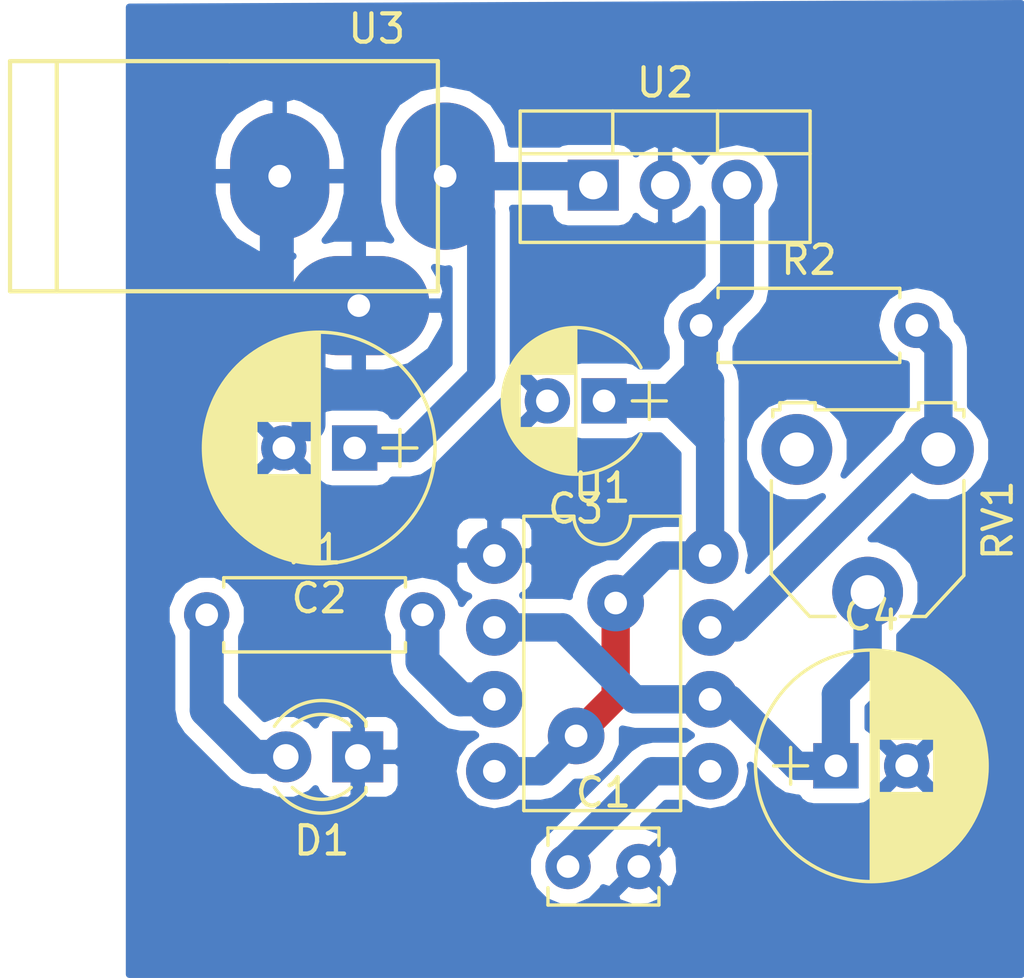
<source format=kicad_pcb>
(kicad_pcb (version 4) (host pcbnew 4.0.7-e2-6376~61~ubuntu18.04.1)

  (general
    (links 22)
    (no_connects 0)
    (area 142.800933 73.025 179.197 107.569001)
    (thickness 1.6)
    (drawings 0)
    (tracks 54)
    (zones 0)
    (modules 11)
    (nets 9)
  )

  (page A4)
  (layers
    (0 F.Cu signal)
    (31 B.Cu signal)
    (32 B.Adhes user)
    (33 F.Adhes user)
    (34 B.Paste user)
    (35 F.Paste user)
    (36 B.SilkS user)
    (37 F.SilkS user)
    (38 B.Mask user)
    (39 F.Mask user)
    (40 Dwgs.User user)
    (41 Cmts.User user)
    (42 Eco1.User user)
    (43 Eco2.User user)
    (44 Edge.Cuts user)
    (45 Margin user)
    (46 B.CrtYd user)
    (47 F.CrtYd user)
    (48 B.Fab user)
    (49 F.Fab user)
  )

  (setup
    (last_trace_width 1)
    (user_trace_width 1)
    (user_trace_width 1.2)
    (trace_clearance 0.2)
    (zone_clearance 0.508)
    (zone_45_only no)
    (trace_min 0.2)
    (segment_width 0.2)
    (edge_width 0.15)
    (via_size 0.6)
    (via_drill 0.4)
    (via_min_size 0.4)
    (via_min_drill 0.3)
    (user_via 2 0.8)
    (uvia_size 0.3)
    (uvia_drill 0.1)
    (uvias_allowed no)
    (uvia_min_size 0.2)
    (uvia_min_drill 0.1)
    (pcb_text_width 0.3)
    (pcb_text_size 1.5 1.5)
    (mod_edge_width 0.15)
    (mod_text_size 1 1)
    (mod_text_width 0.15)
    (pad_size 2 2)
    (pad_drill 0.8)
    (pad_to_mask_clearance 0.2)
    (aux_axis_origin 0 0)
    (visible_elements FFFFFF7F)
    (pcbplotparams
      (layerselection 0x00030_80000001)
      (usegerberextensions false)
      (excludeedgelayer true)
      (linewidth 0.100000)
      (plotframeref false)
      (viasonmask false)
      (mode 1)
      (useauxorigin false)
      (hpglpennumber 1)
      (hpglpenspeed 20)
      (hpglpendiameter 15)
      (hpglpenoverlay 2)
      (psnegative false)
      (psa4output false)
      (plotreference true)
      (plotvalue true)
      (plotinvisibletext false)
      (padsonsilk false)
      (subtractmaskfromsilk false)
      (outputformat 1)
      (mirror false)
      (drillshape 1)
      (scaleselection 1)
      (outputdirectory ""))
  )

  (net 0 "")
  (net 1 "Net-(C1-Pad1)")
  (net 2 GND)
  (net 3 "Net-(C2-Pad1)")
  (net 4 /VCC)
  (net 5 "Net-(C4-Pad1)")
  (net 6 "Net-(D1-Pad2)")
  (net 7 "Net-(R1-Pad2)")
  (net 8 "Net-(R2-Pad2)")

  (net_class Default "This is the default net class."
    (clearance 0.2)
    (trace_width 0.25)
    (via_dia 0.6)
    (via_drill 0.4)
    (uvia_dia 0.3)
    (uvia_drill 0.1)
    (add_net /VCC)
    (add_net GND)
    (add_net "Net-(C1-Pad1)")
    (add_net "Net-(C2-Pad1)")
    (add_net "Net-(C4-Pad1)")
    (add_net "Net-(D1-Pad2)")
    (add_net "Net-(R1-Pad2)")
    (add_net "Net-(R2-Pad2)")
  )

  (module Capacitors_THT:C_Disc_D3.8mm_W2.6mm_P2.50mm (layer F.Cu) (tedit 597BC7C2) (tstamp 5B3EE403)
    (at 162.941 103.632)
    (descr "C, Disc series, Radial, pin pitch=2.50mm, , diameter*width=3.8*2.6mm^2, Capacitor, http://www.vishay.com/docs/45233/krseries.pdf")
    (tags "C Disc series Radial pin pitch 2.50mm  diameter 3.8mm width 2.6mm Capacitor")
    (path /5B3EEC36)
    (fp_text reference C1 (at 1.25 -2.61) (layer F.SilkS)
      (effects (font (size 1 1) (thickness 0.15)))
    )
    (fp_text value 0.1UF (at 1.25 2.61) (layer F.Fab)
      (effects (font (size 1 1) (thickness 0.15)))
    )
    (fp_line (start -0.65 -1.3) (end -0.65 1.3) (layer F.Fab) (width 0.1))
    (fp_line (start -0.65 1.3) (end 3.15 1.3) (layer F.Fab) (width 0.1))
    (fp_line (start 3.15 1.3) (end 3.15 -1.3) (layer F.Fab) (width 0.1))
    (fp_line (start 3.15 -1.3) (end -0.65 -1.3) (layer F.Fab) (width 0.1))
    (fp_line (start -0.71 -1.36) (end 3.21 -1.36) (layer F.SilkS) (width 0.12))
    (fp_line (start -0.71 1.36) (end 3.21 1.36) (layer F.SilkS) (width 0.12))
    (fp_line (start -0.71 -1.36) (end -0.71 -0.75) (layer F.SilkS) (width 0.12))
    (fp_line (start -0.71 0.75) (end -0.71 1.36) (layer F.SilkS) (width 0.12))
    (fp_line (start 3.21 -1.36) (end 3.21 -0.75) (layer F.SilkS) (width 0.12))
    (fp_line (start 3.21 0.75) (end 3.21 1.36) (layer F.SilkS) (width 0.12))
    (fp_line (start -1.05 -1.65) (end -1.05 1.65) (layer F.CrtYd) (width 0.05))
    (fp_line (start -1.05 1.65) (end 3.55 1.65) (layer F.CrtYd) (width 0.05))
    (fp_line (start 3.55 1.65) (end 3.55 -1.65) (layer F.CrtYd) (width 0.05))
    (fp_line (start 3.55 -1.65) (end -1.05 -1.65) (layer F.CrtYd) (width 0.05))
    (fp_text user %R (at 1.25 0) (layer F.Fab)
      (effects (font (size 1 1) (thickness 0.15)))
    )
    (pad 1 thru_hole circle (at 0 0) (size 1.6 1.6) (drill 0.8) (layers *.Cu *.Mask)
      (net 1 "Net-(C1-Pad1)"))
    (pad 2 thru_hole circle (at 2.5 0) (size 1.6 1.6) (drill 0.8) (layers *.Cu *.Mask)
      (net 2 GND))
    (model ${KISYS3DMOD}/Capacitors_THT.3dshapes/C_Disc_D3.8mm_W2.6mm_P2.50mm.wrl
      (at (xyz 0 0 0))
      (scale (xyz 1 1 1))
      (rotate (xyz 0 0 0))
    )
  )

  (module Capacitors_THT:CP_Radial_D8.0mm_P2.50mm (layer F.Cu) (tedit 597BC7C2) (tstamp 5B3EE409)
    (at 155.40228 88.8492 180)
    (descr "CP, Radial series, Radial, pin pitch=2.50mm, , diameter=8mm, Electrolytic Capacitor")
    (tags "CP Radial series Radial pin pitch 2.50mm  diameter 8mm Electrolytic Capacitor")
    (path /5B3EDE7C)
    (fp_text reference C2 (at 1.25 -5.31 180) (layer F.SilkS)
      (effects (font (size 1 1) (thickness 0.15)))
    )
    (fp_text value 100UF (at 1.25 5.31 180) (layer F.Fab)
      (effects (font (size 1 1) (thickness 0.15)))
    )
    (fp_circle (center 1.25 0) (end 5.25 0) (layer F.Fab) (width 0.1))
    (fp_circle (center 1.25 0) (end 5.34 0) (layer F.SilkS) (width 0.12))
    (fp_line (start -2.2 0) (end -1 0) (layer F.Fab) (width 0.1))
    (fp_line (start -1.6 -0.65) (end -1.6 0.65) (layer F.Fab) (width 0.1))
    (fp_line (start 1.25 -4.05) (end 1.25 4.05) (layer F.SilkS) (width 0.12))
    (fp_line (start 1.29 -4.05) (end 1.29 4.05) (layer F.SilkS) (width 0.12))
    (fp_line (start 1.33 -4.05) (end 1.33 4.05) (layer F.SilkS) (width 0.12))
    (fp_line (start 1.37 -4.049) (end 1.37 4.049) (layer F.SilkS) (width 0.12))
    (fp_line (start 1.41 -4.047) (end 1.41 4.047) (layer F.SilkS) (width 0.12))
    (fp_line (start 1.45 -4.046) (end 1.45 4.046) (layer F.SilkS) (width 0.12))
    (fp_line (start 1.49 -4.043) (end 1.49 4.043) (layer F.SilkS) (width 0.12))
    (fp_line (start 1.53 -4.041) (end 1.53 -0.98) (layer F.SilkS) (width 0.12))
    (fp_line (start 1.53 0.98) (end 1.53 4.041) (layer F.SilkS) (width 0.12))
    (fp_line (start 1.57 -4.038) (end 1.57 -0.98) (layer F.SilkS) (width 0.12))
    (fp_line (start 1.57 0.98) (end 1.57 4.038) (layer F.SilkS) (width 0.12))
    (fp_line (start 1.61 -4.035) (end 1.61 -0.98) (layer F.SilkS) (width 0.12))
    (fp_line (start 1.61 0.98) (end 1.61 4.035) (layer F.SilkS) (width 0.12))
    (fp_line (start 1.65 -4.031) (end 1.65 -0.98) (layer F.SilkS) (width 0.12))
    (fp_line (start 1.65 0.98) (end 1.65 4.031) (layer F.SilkS) (width 0.12))
    (fp_line (start 1.69 -4.027) (end 1.69 -0.98) (layer F.SilkS) (width 0.12))
    (fp_line (start 1.69 0.98) (end 1.69 4.027) (layer F.SilkS) (width 0.12))
    (fp_line (start 1.73 -4.022) (end 1.73 -0.98) (layer F.SilkS) (width 0.12))
    (fp_line (start 1.73 0.98) (end 1.73 4.022) (layer F.SilkS) (width 0.12))
    (fp_line (start 1.77 -4.017) (end 1.77 -0.98) (layer F.SilkS) (width 0.12))
    (fp_line (start 1.77 0.98) (end 1.77 4.017) (layer F.SilkS) (width 0.12))
    (fp_line (start 1.81 -4.012) (end 1.81 -0.98) (layer F.SilkS) (width 0.12))
    (fp_line (start 1.81 0.98) (end 1.81 4.012) (layer F.SilkS) (width 0.12))
    (fp_line (start 1.85 -4.006) (end 1.85 -0.98) (layer F.SilkS) (width 0.12))
    (fp_line (start 1.85 0.98) (end 1.85 4.006) (layer F.SilkS) (width 0.12))
    (fp_line (start 1.89 -4) (end 1.89 -0.98) (layer F.SilkS) (width 0.12))
    (fp_line (start 1.89 0.98) (end 1.89 4) (layer F.SilkS) (width 0.12))
    (fp_line (start 1.93 -3.994) (end 1.93 -0.98) (layer F.SilkS) (width 0.12))
    (fp_line (start 1.93 0.98) (end 1.93 3.994) (layer F.SilkS) (width 0.12))
    (fp_line (start 1.971 -3.987) (end 1.971 -0.98) (layer F.SilkS) (width 0.12))
    (fp_line (start 1.971 0.98) (end 1.971 3.987) (layer F.SilkS) (width 0.12))
    (fp_line (start 2.011 -3.979) (end 2.011 -0.98) (layer F.SilkS) (width 0.12))
    (fp_line (start 2.011 0.98) (end 2.011 3.979) (layer F.SilkS) (width 0.12))
    (fp_line (start 2.051 -3.971) (end 2.051 -0.98) (layer F.SilkS) (width 0.12))
    (fp_line (start 2.051 0.98) (end 2.051 3.971) (layer F.SilkS) (width 0.12))
    (fp_line (start 2.091 -3.963) (end 2.091 -0.98) (layer F.SilkS) (width 0.12))
    (fp_line (start 2.091 0.98) (end 2.091 3.963) (layer F.SilkS) (width 0.12))
    (fp_line (start 2.131 -3.955) (end 2.131 -0.98) (layer F.SilkS) (width 0.12))
    (fp_line (start 2.131 0.98) (end 2.131 3.955) (layer F.SilkS) (width 0.12))
    (fp_line (start 2.171 -3.946) (end 2.171 -0.98) (layer F.SilkS) (width 0.12))
    (fp_line (start 2.171 0.98) (end 2.171 3.946) (layer F.SilkS) (width 0.12))
    (fp_line (start 2.211 -3.936) (end 2.211 -0.98) (layer F.SilkS) (width 0.12))
    (fp_line (start 2.211 0.98) (end 2.211 3.936) (layer F.SilkS) (width 0.12))
    (fp_line (start 2.251 -3.926) (end 2.251 -0.98) (layer F.SilkS) (width 0.12))
    (fp_line (start 2.251 0.98) (end 2.251 3.926) (layer F.SilkS) (width 0.12))
    (fp_line (start 2.291 -3.916) (end 2.291 -0.98) (layer F.SilkS) (width 0.12))
    (fp_line (start 2.291 0.98) (end 2.291 3.916) (layer F.SilkS) (width 0.12))
    (fp_line (start 2.331 -3.905) (end 2.331 -0.98) (layer F.SilkS) (width 0.12))
    (fp_line (start 2.331 0.98) (end 2.331 3.905) (layer F.SilkS) (width 0.12))
    (fp_line (start 2.371 -3.894) (end 2.371 -0.98) (layer F.SilkS) (width 0.12))
    (fp_line (start 2.371 0.98) (end 2.371 3.894) (layer F.SilkS) (width 0.12))
    (fp_line (start 2.411 -3.883) (end 2.411 -0.98) (layer F.SilkS) (width 0.12))
    (fp_line (start 2.411 0.98) (end 2.411 3.883) (layer F.SilkS) (width 0.12))
    (fp_line (start 2.451 -3.87) (end 2.451 -0.98) (layer F.SilkS) (width 0.12))
    (fp_line (start 2.451 0.98) (end 2.451 3.87) (layer F.SilkS) (width 0.12))
    (fp_line (start 2.491 -3.858) (end 2.491 -0.98) (layer F.SilkS) (width 0.12))
    (fp_line (start 2.491 0.98) (end 2.491 3.858) (layer F.SilkS) (width 0.12))
    (fp_line (start 2.531 -3.845) (end 2.531 -0.98) (layer F.SilkS) (width 0.12))
    (fp_line (start 2.531 0.98) (end 2.531 3.845) (layer F.SilkS) (width 0.12))
    (fp_line (start 2.571 -3.832) (end 2.571 -0.98) (layer F.SilkS) (width 0.12))
    (fp_line (start 2.571 0.98) (end 2.571 3.832) (layer F.SilkS) (width 0.12))
    (fp_line (start 2.611 -3.818) (end 2.611 -0.98) (layer F.SilkS) (width 0.12))
    (fp_line (start 2.611 0.98) (end 2.611 3.818) (layer F.SilkS) (width 0.12))
    (fp_line (start 2.651 -3.803) (end 2.651 -0.98) (layer F.SilkS) (width 0.12))
    (fp_line (start 2.651 0.98) (end 2.651 3.803) (layer F.SilkS) (width 0.12))
    (fp_line (start 2.691 -3.789) (end 2.691 -0.98) (layer F.SilkS) (width 0.12))
    (fp_line (start 2.691 0.98) (end 2.691 3.789) (layer F.SilkS) (width 0.12))
    (fp_line (start 2.731 -3.773) (end 2.731 -0.98) (layer F.SilkS) (width 0.12))
    (fp_line (start 2.731 0.98) (end 2.731 3.773) (layer F.SilkS) (width 0.12))
    (fp_line (start 2.771 -3.758) (end 2.771 -0.98) (layer F.SilkS) (width 0.12))
    (fp_line (start 2.771 0.98) (end 2.771 3.758) (layer F.SilkS) (width 0.12))
    (fp_line (start 2.811 -3.741) (end 2.811 -0.98) (layer F.SilkS) (width 0.12))
    (fp_line (start 2.811 0.98) (end 2.811 3.741) (layer F.SilkS) (width 0.12))
    (fp_line (start 2.851 -3.725) (end 2.851 -0.98) (layer F.SilkS) (width 0.12))
    (fp_line (start 2.851 0.98) (end 2.851 3.725) (layer F.SilkS) (width 0.12))
    (fp_line (start 2.891 -3.707) (end 2.891 -0.98) (layer F.SilkS) (width 0.12))
    (fp_line (start 2.891 0.98) (end 2.891 3.707) (layer F.SilkS) (width 0.12))
    (fp_line (start 2.931 -3.69) (end 2.931 -0.98) (layer F.SilkS) (width 0.12))
    (fp_line (start 2.931 0.98) (end 2.931 3.69) (layer F.SilkS) (width 0.12))
    (fp_line (start 2.971 -3.671) (end 2.971 -0.98) (layer F.SilkS) (width 0.12))
    (fp_line (start 2.971 0.98) (end 2.971 3.671) (layer F.SilkS) (width 0.12))
    (fp_line (start 3.011 -3.652) (end 3.011 -0.98) (layer F.SilkS) (width 0.12))
    (fp_line (start 3.011 0.98) (end 3.011 3.652) (layer F.SilkS) (width 0.12))
    (fp_line (start 3.051 -3.633) (end 3.051 -0.98) (layer F.SilkS) (width 0.12))
    (fp_line (start 3.051 0.98) (end 3.051 3.633) (layer F.SilkS) (width 0.12))
    (fp_line (start 3.091 -3.613) (end 3.091 -0.98) (layer F.SilkS) (width 0.12))
    (fp_line (start 3.091 0.98) (end 3.091 3.613) (layer F.SilkS) (width 0.12))
    (fp_line (start 3.131 -3.593) (end 3.131 -0.98) (layer F.SilkS) (width 0.12))
    (fp_line (start 3.131 0.98) (end 3.131 3.593) (layer F.SilkS) (width 0.12))
    (fp_line (start 3.171 -3.572) (end 3.171 -0.98) (layer F.SilkS) (width 0.12))
    (fp_line (start 3.171 0.98) (end 3.171 3.572) (layer F.SilkS) (width 0.12))
    (fp_line (start 3.211 -3.55) (end 3.211 -0.98) (layer F.SilkS) (width 0.12))
    (fp_line (start 3.211 0.98) (end 3.211 3.55) (layer F.SilkS) (width 0.12))
    (fp_line (start 3.251 -3.528) (end 3.251 -0.98) (layer F.SilkS) (width 0.12))
    (fp_line (start 3.251 0.98) (end 3.251 3.528) (layer F.SilkS) (width 0.12))
    (fp_line (start 3.291 -3.505) (end 3.291 -0.98) (layer F.SilkS) (width 0.12))
    (fp_line (start 3.291 0.98) (end 3.291 3.505) (layer F.SilkS) (width 0.12))
    (fp_line (start 3.331 -3.482) (end 3.331 -0.98) (layer F.SilkS) (width 0.12))
    (fp_line (start 3.331 0.98) (end 3.331 3.482) (layer F.SilkS) (width 0.12))
    (fp_line (start 3.371 -3.458) (end 3.371 -0.98) (layer F.SilkS) (width 0.12))
    (fp_line (start 3.371 0.98) (end 3.371 3.458) (layer F.SilkS) (width 0.12))
    (fp_line (start 3.411 -3.434) (end 3.411 -0.98) (layer F.SilkS) (width 0.12))
    (fp_line (start 3.411 0.98) (end 3.411 3.434) (layer F.SilkS) (width 0.12))
    (fp_line (start 3.451 -3.408) (end 3.451 -0.98) (layer F.SilkS) (width 0.12))
    (fp_line (start 3.451 0.98) (end 3.451 3.408) (layer F.SilkS) (width 0.12))
    (fp_line (start 3.491 -3.383) (end 3.491 3.383) (layer F.SilkS) (width 0.12))
    (fp_line (start 3.531 -3.356) (end 3.531 3.356) (layer F.SilkS) (width 0.12))
    (fp_line (start 3.571 -3.329) (end 3.571 3.329) (layer F.SilkS) (width 0.12))
    (fp_line (start 3.611 -3.301) (end 3.611 3.301) (layer F.SilkS) (width 0.12))
    (fp_line (start 3.651 -3.272) (end 3.651 3.272) (layer F.SilkS) (width 0.12))
    (fp_line (start 3.691 -3.243) (end 3.691 3.243) (layer F.SilkS) (width 0.12))
    (fp_line (start 3.731 -3.213) (end 3.731 3.213) (layer F.SilkS) (width 0.12))
    (fp_line (start 3.771 -3.182) (end 3.771 3.182) (layer F.SilkS) (width 0.12))
    (fp_line (start 3.811 -3.15) (end 3.811 3.15) (layer F.SilkS) (width 0.12))
    (fp_line (start 3.851 -3.118) (end 3.851 3.118) (layer F.SilkS) (width 0.12))
    (fp_line (start 3.891 -3.084) (end 3.891 3.084) (layer F.SilkS) (width 0.12))
    (fp_line (start 3.931 -3.05) (end 3.931 3.05) (layer F.SilkS) (width 0.12))
    (fp_line (start 3.971 -3.015) (end 3.971 3.015) (layer F.SilkS) (width 0.12))
    (fp_line (start 4.011 -2.979) (end 4.011 2.979) (layer F.SilkS) (width 0.12))
    (fp_line (start 4.051 -2.942) (end 4.051 2.942) (layer F.SilkS) (width 0.12))
    (fp_line (start 4.091 -2.904) (end 4.091 2.904) (layer F.SilkS) (width 0.12))
    (fp_line (start 4.131 -2.865) (end 4.131 2.865) (layer F.SilkS) (width 0.12))
    (fp_line (start 4.171 -2.824) (end 4.171 2.824) (layer F.SilkS) (width 0.12))
    (fp_line (start 4.211 -2.783) (end 4.211 2.783) (layer F.SilkS) (width 0.12))
    (fp_line (start 4.251 -2.74) (end 4.251 2.74) (layer F.SilkS) (width 0.12))
    (fp_line (start 4.291 -2.697) (end 4.291 2.697) (layer F.SilkS) (width 0.12))
    (fp_line (start 4.331 -2.652) (end 4.331 2.652) (layer F.SilkS) (width 0.12))
    (fp_line (start 4.371 -2.605) (end 4.371 2.605) (layer F.SilkS) (width 0.12))
    (fp_line (start 4.411 -2.557) (end 4.411 2.557) (layer F.SilkS) (width 0.12))
    (fp_line (start 4.451 -2.508) (end 4.451 2.508) (layer F.SilkS) (width 0.12))
    (fp_line (start 4.491 -2.457) (end 4.491 2.457) (layer F.SilkS) (width 0.12))
    (fp_line (start 4.531 -2.404) (end 4.531 2.404) (layer F.SilkS) (width 0.12))
    (fp_line (start 4.571 -2.349) (end 4.571 2.349) (layer F.SilkS) (width 0.12))
    (fp_line (start 4.611 -2.293) (end 4.611 2.293) (layer F.SilkS) (width 0.12))
    (fp_line (start 4.651 -2.234) (end 4.651 2.234) (layer F.SilkS) (width 0.12))
    (fp_line (start 4.691 -2.173) (end 4.691 2.173) (layer F.SilkS) (width 0.12))
    (fp_line (start 4.731 -2.109) (end 4.731 2.109) (layer F.SilkS) (width 0.12))
    (fp_line (start 4.771 -2.043) (end 4.771 2.043) (layer F.SilkS) (width 0.12))
    (fp_line (start 4.811 -1.974) (end 4.811 1.974) (layer F.SilkS) (width 0.12))
    (fp_line (start 4.851 -1.902) (end 4.851 1.902) (layer F.SilkS) (width 0.12))
    (fp_line (start 4.891 -1.826) (end 4.891 1.826) (layer F.SilkS) (width 0.12))
    (fp_line (start 4.931 -1.745) (end 4.931 1.745) (layer F.SilkS) (width 0.12))
    (fp_line (start 4.971 -1.66) (end 4.971 1.66) (layer F.SilkS) (width 0.12))
    (fp_line (start 5.011 -1.57) (end 5.011 1.57) (layer F.SilkS) (width 0.12))
    (fp_line (start 5.051 -1.473) (end 5.051 1.473) (layer F.SilkS) (width 0.12))
    (fp_line (start 5.091 -1.369) (end 5.091 1.369) (layer F.SilkS) (width 0.12))
    (fp_line (start 5.131 -1.254) (end 5.131 1.254) (layer F.SilkS) (width 0.12))
    (fp_line (start 5.171 -1.127) (end 5.171 1.127) (layer F.SilkS) (width 0.12))
    (fp_line (start 5.211 -0.983) (end 5.211 0.983) (layer F.SilkS) (width 0.12))
    (fp_line (start 5.251 -0.814) (end 5.251 0.814) (layer F.SilkS) (width 0.12))
    (fp_line (start 5.291 -0.598) (end 5.291 0.598) (layer F.SilkS) (width 0.12))
    (fp_line (start 5.331 -0.246) (end 5.331 0.246) (layer F.SilkS) (width 0.12))
    (fp_line (start -2.2 0) (end -1 0) (layer F.SilkS) (width 0.12))
    (fp_line (start -1.6 -0.65) (end -1.6 0.65) (layer F.SilkS) (width 0.12))
    (fp_line (start -3.1 -4.35) (end -3.1 4.35) (layer F.CrtYd) (width 0.05))
    (fp_line (start -3.1 4.35) (end 5.6 4.35) (layer F.CrtYd) (width 0.05))
    (fp_line (start 5.6 4.35) (end 5.6 -4.35) (layer F.CrtYd) (width 0.05))
    (fp_line (start 5.6 -4.35) (end -3.1 -4.35) (layer F.CrtYd) (width 0.05))
    (fp_text user %R (at 1.25 0 180) (layer F.Fab)
      (effects (font (size 1 1) (thickness 0.15)))
    )
    (pad 1 thru_hole rect (at 0 0 180) (size 1.6 1.6) (drill 0.8) (layers *.Cu *.Mask)
      (net 3 "Net-(C2-Pad1)"))
    (pad 2 thru_hole circle (at 2.5 0 180) (size 1.6 1.6) (drill 0.8) (layers *.Cu *.Mask)
      (net 2 GND))
    (model ${KISYS3DMOD}/Capacitors_THT.3dshapes/CP_Radial_D8.0mm_P2.50mm.wrl
      (at (xyz 0 0 0))
      (scale (xyz 1 1 1))
      (rotate (xyz 0 0 0))
    )
  )

  (module Capacitors_THT:CP_Radial_D5.0mm_P2.00mm (layer F.Cu) (tedit 597BC7C2) (tstamp 5B3EE40F)
    (at 164.211 87.1855 180)
    (descr "CP, Radial series, Radial, pin pitch=2.00mm, , diameter=5mm, Electrolytic Capacitor")
    (tags "CP Radial series Radial pin pitch 2.00mm  diameter 5mm Electrolytic Capacitor")
    (path /5B3EDF0D)
    (fp_text reference C3 (at 1 -3.81 180) (layer F.SilkS)
      (effects (font (size 1 1) (thickness 0.15)))
    )
    (fp_text value 10UF (at 1 3.81 180) (layer F.Fab)
      (effects (font (size 1 1) (thickness 0.15)))
    )
    (fp_arc (start 1 0) (end -1.30558 -1.18) (angle 125.8) (layer F.SilkS) (width 0.12))
    (fp_arc (start 1 0) (end -1.30558 1.18) (angle -125.8) (layer F.SilkS) (width 0.12))
    (fp_arc (start 1 0) (end 3.30558 -1.18) (angle 54.2) (layer F.SilkS) (width 0.12))
    (fp_circle (center 1 0) (end 3.5 0) (layer F.Fab) (width 0.1))
    (fp_line (start -2.2 0) (end -1 0) (layer F.Fab) (width 0.1))
    (fp_line (start -1.6 -0.65) (end -1.6 0.65) (layer F.Fab) (width 0.1))
    (fp_line (start 1 -2.55) (end 1 2.55) (layer F.SilkS) (width 0.12))
    (fp_line (start 1.04 -2.55) (end 1.04 -0.98) (layer F.SilkS) (width 0.12))
    (fp_line (start 1.04 0.98) (end 1.04 2.55) (layer F.SilkS) (width 0.12))
    (fp_line (start 1.08 -2.549) (end 1.08 -0.98) (layer F.SilkS) (width 0.12))
    (fp_line (start 1.08 0.98) (end 1.08 2.549) (layer F.SilkS) (width 0.12))
    (fp_line (start 1.12 -2.548) (end 1.12 -0.98) (layer F.SilkS) (width 0.12))
    (fp_line (start 1.12 0.98) (end 1.12 2.548) (layer F.SilkS) (width 0.12))
    (fp_line (start 1.16 -2.546) (end 1.16 -0.98) (layer F.SilkS) (width 0.12))
    (fp_line (start 1.16 0.98) (end 1.16 2.546) (layer F.SilkS) (width 0.12))
    (fp_line (start 1.2 -2.543) (end 1.2 -0.98) (layer F.SilkS) (width 0.12))
    (fp_line (start 1.2 0.98) (end 1.2 2.543) (layer F.SilkS) (width 0.12))
    (fp_line (start 1.24 -2.539) (end 1.24 -0.98) (layer F.SilkS) (width 0.12))
    (fp_line (start 1.24 0.98) (end 1.24 2.539) (layer F.SilkS) (width 0.12))
    (fp_line (start 1.28 -2.535) (end 1.28 -0.98) (layer F.SilkS) (width 0.12))
    (fp_line (start 1.28 0.98) (end 1.28 2.535) (layer F.SilkS) (width 0.12))
    (fp_line (start 1.32 -2.531) (end 1.32 -0.98) (layer F.SilkS) (width 0.12))
    (fp_line (start 1.32 0.98) (end 1.32 2.531) (layer F.SilkS) (width 0.12))
    (fp_line (start 1.36 -2.525) (end 1.36 -0.98) (layer F.SilkS) (width 0.12))
    (fp_line (start 1.36 0.98) (end 1.36 2.525) (layer F.SilkS) (width 0.12))
    (fp_line (start 1.4 -2.519) (end 1.4 -0.98) (layer F.SilkS) (width 0.12))
    (fp_line (start 1.4 0.98) (end 1.4 2.519) (layer F.SilkS) (width 0.12))
    (fp_line (start 1.44 -2.513) (end 1.44 -0.98) (layer F.SilkS) (width 0.12))
    (fp_line (start 1.44 0.98) (end 1.44 2.513) (layer F.SilkS) (width 0.12))
    (fp_line (start 1.48 -2.506) (end 1.48 -0.98) (layer F.SilkS) (width 0.12))
    (fp_line (start 1.48 0.98) (end 1.48 2.506) (layer F.SilkS) (width 0.12))
    (fp_line (start 1.52 -2.498) (end 1.52 -0.98) (layer F.SilkS) (width 0.12))
    (fp_line (start 1.52 0.98) (end 1.52 2.498) (layer F.SilkS) (width 0.12))
    (fp_line (start 1.56 -2.489) (end 1.56 -0.98) (layer F.SilkS) (width 0.12))
    (fp_line (start 1.56 0.98) (end 1.56 2.489) (layer F.SilkS) (width 0.12))
    (fp_line (start 1.6 -2.48) (end 1.6 -0.98) (layer F.SilkS) (width 0.12))
    (fp_line (start 1.6 0.98) (end 1.6 2.48) (layer F.SilkS) (width 0.12))
    (fp_line (start 1.64 -2.47) (end 1.64 -0.98) (layer F.SilkS) (width 0.12))
    (fp_line (start 1.64 0.98) (end 1.64 2.47) (layer F.SilkS) (width 0.12))
    (fp_line (start 1.68 -2.46) (end 1.68 -0.98) (layer F.SilkS) (width 0.12))
    (fp_line (start 1.68 0.98) (end 1.68 2.46) (layer F.SilkS) (width 0.12))
    (fp_line (start 1.721 -2.448) (end 1.721 -0.98) (layer F.SilkS) (width 0.12))
    (fp_line (start 1.721 0.98) (end 1.721 2.448) (layer F.SilkS) (width 0.12))
    (fp_line (start 1.761 -2.436) (end 1.761 -0.98) (layer F.SilkS) (width 0.12))
    (fp_line (start 1.761 0.98) (end 1.761 2.436) (layer F.SilkS) (width 0.12))
    (fp_line (start 1.801 -2.424) (end 1.801 -0.98) (layer F.SilkS) (width 0.12))
    (fp_line (start 1.801 0.98) (end 1.801 2.424) (layer F.SilkS) (width 0.12))
    (fp_line (start 1.841 -2.41) (end 1.841 -0.98) (layer F.SilkS) (width 0.12))
    (fp_line (start 1.841 0.98) (end 1.841 2.41) (layer F.SilkS) (width 0.12))
    (fp_line (start 1.881 -2.396) (end 1.881 -0.98) (layer F.SilkS) (width 0.12))
    (fp_line (start 1.881 0.98) (end 1.881 2.396) (layer F.SilkS) (width 0.12))
    (fp_line (start 1.921 -2.382) (end 1.921 -0.98) (layer F.SilkS) (width 0.12))
    (fp_line (start 1.921 0.98) (end 1.921 2.382) (layer F.SilkS) (width 0.12))
    (fp_line (start 1.961 -2.366) (end 1.961 -0.98) (layer F.SilkS) (width 0.12))
    (fp_line (start 1.961 0.98) (end 1.961 2.366) (layer F.SilkS) (width 0.12))
    (fp_line (start 2.001 -2.35) (end 2.001 -0.98) (layer F.SilkS) (width 0.12))
    (fp_line (start 2.001 0.98) (end 2.001 2.35) (layer F.SilkS) (width 0.12))
    (fp_line (start 2.041 -2.333) (end 2.041 -0.98) (layer F.SilkS) (width 0.12))
    (fp_line (start 2.041 0.98) (end 2.041 2.333) (layer F.SilkS) (width 0.12))
    (fp_line (start 2.081 -2.315) (end 2.081 -0.98) (layer F.SilkS) (width 0.12))
    (fp_line (start 2.081 0.98) (end 2.081 2.315) (layer F.SilkS) (width 0.12))
    (fp_line (start 2.121 -2.296) (end 2.121 -0.98) (layer F.SilkS) (width 0.12))
    (fp_line (start 2.121 0.98) (end 2.121 2.296) (layer F.SilkS) (width 0.12))
    (fp_line (start 2.161 -2.276) (end 2.161 -0.98) (layer F.SilkS) (width 0.12))
    (fp_line (start 2.161 0.98) (end 2.161 2.276) (layer F.SilkS) (width 0.12))
    (fp_line (start 2.201 -2.256) (end 2.201 -0.98) (layer F.SilkS) (width 0.12))
    (fp_line (start 2.201 0.98) (end 2.201 2.256) (layer F.SilkS) (width 0.12))
    (fp_line (start 2.241 -2.234) (end 2.241 -0.98) (layer F.SilkS) (width 0.12))
    (fp_line (start 2.241 0.98) (end 2.241 2.234) (layer F.SilkS) (width 0.12))
    (fp_line (start 2.281 -2.212) (end 2.281 -0.98) (layer F.SilkS) (width 0.12))
    (fp_line (start 2.281 0.98) (end 2.281 2.212) (layer F.SilkS) (width 0.12))
    (fp_line (start 2.321 -2.189) (end 2.321 -0.98) (layer F.SilkS) (width 0.12))
    (fp_line (start 2.321 0.98) (end 2.321 2.189) (layer F.SilkS) (width 0.12))
    (fp_line (start 2.361 -2.165) (end 2.361 -0.98) (layer F.SilkS) (width 0.12))
    (fp_line (start 2.361 0.98) (end 2.361 2.165) (layer F.SilkS) (width 0.12))
    (fp_line (start 2.401 -2.14) (end 2.401 -0.98) (layer F.SilkS) (width 0.12))
    (fp_line (start 2.401 0.98) (end 2.401 2.14) (layer F.SilkS) (width 0.12))
    (fp_line (start 2.441 -2.113) (end 2.441 -0.98) (layer F.SilkS) (width 0.12))
    (fp_line (start 2.441 0.98) (end 2.441 2.113) (layer F.SilkS) (width 0.12))
    (fp_line (start 2.481 -2.086) (end 2.481 -0.98) (layer F.SilkS) (width 0.12))
    (fp_line (start 2.481 0.98) (end 2.481 2.086) (layer F.SilkS) (width 0.12))
    (fp_line (start 2.521 -2.058) (end 2.521 -0.98) (layer F.SilkS) (width 0.12))
    (fp_line (start 2.521 0.98) (end 2.521 2.058) (layer F.SilkS) (width 0.12))
    (fp_line (start 2.561 -2.028) (end 2.561 -0.98) (layer F.SilkS) (width 0.12))
    (fp_line (start 2.561 0.98) (end 2.561 2.028) (layer F.SilkS) (width 0.12))
    (fp_line (start 2.601 -1.997) (end 2.601 -0.98) (layer F.SilkS) (width 0.12))
    (fp_line (start 2.601 0.98) (end 2.601 1.997) (layer F.SilkS) (width 0.12))
    (fp_line (start 2.641 -1.965) (end 2.641 -0.98) (layer F.SilkS) (width 0.12))
    (fp_line (start 2.641 0.98) (end 2.641 1.965) (layer F.SilkS) (width 0.12))
    (fp_line (start 2.681 -1.932) (end 2.681 -0.98) (layer F.SilkS) (width 0.12))
    (fp_line (start 2.681 0.98) (end 2.681 1.932) (layer F.SilkS) (width 0.12))
    (fp_line (start 2.721 -1.897) (end 2.721 -0.98) (layer F.SilkS) (width 0.12))
    (fp_line (start 2.721 0.98) (end 2.721 1.897) (layer F.SilkS) (width 0.12))
    (fp_line (start 2.761 -1.861) (end 2.761 -0.98) (layer F.SilkS) (width 0.12))
    (fp_line (start 2.761 0.98) (end 2.761 1.861) (layer F.SilkS) (width 0.12))
    (fp_line (start 2.801 -1.823) (end 2.801 -0.98) (layer F.SilkS) (width 0.12))
    (fp_line (start 2.801 0.98) (end 2.801 1.823) (layer F.SilkS) (width 0.12))
    (fp_line (start 2.841 -1.783) (end 2.841 -0.98) (layer F.SilkS) (width 0.12))
    (fp_line (start 2.841 0.98) (end 2.841 1.783) (layer F.SilkS) (width 0.12))
    (fp_line (start 2.881 -1.742) (end 2.881 -0.98) (layer F.SilkS) (width 0.12))
    (fp_line (start 2.881 0.98) (end 2.881 1.742) (layer F.SilkS) (width 0.12))
    (fp_line (start 2.921 -1.699) (end 2.921 -0.98) (layer F.SilkS) (width 0.12))
    (fp_line (start 2.921 0.98) (end 2.921 1.699) (layer F.SilkS) (width 0.12))
    (fp_line (start 2.961 -1.654) (end 2.961 -0.98) (layer F.SilkS) (width 0.12))
    (fp_line (start 2.961 0.98) (end 2.961 1.654) (layer F.SilkS) (width 0.12))
    (fp_line (start 3.001 -1.606) (end 3.001 1.606) (layer F.SilkS) (width 0.12))
    (fp_line (start 3.041 -1.556) (end 3.041 1.556) (layer F.SilkS) (width 0.12))
    (fp_line (start 3.081 -1.504) (end 3.081 1.504) (layer F.SilkS) (width 0.12))
    (fp_line (start 3.121 -1.448) (end 3.121 1.448) (layer F.SilkS) (width 0.12))
    (fp_line (start 3.161 -1.39) (end 3.161 1.39) (layer F.SilkS) (width 0.12))
    (fp_line (start 3.201 -1.327) (end 3.201 1.327) (layer F.SilkS) (width 0.12))
    (fp_line (start 3.241 -1.261) (end 3.241 1.261) (layer F.SilkS) (width 0.12))
    (fp_line (start 3.281 -1.189) (end 3.281 1.189) (layer F.SilkS) (width 0.12))
    (fp_line (start 3.321 -1.112) (end 3.321 1.112) (layer F.SilkS) (width 0.12))
    (fp_line (start 3.361 -1.028) (end 3.361 1.028) (layer F.SilkS) (width 0.12))
    (fp_line (start 3.401 -0.934) (end 3.401 0.934) (layer F.SilkS) (width 0.12))
    (fp_line (start 3.441 -0.829) (end 3.441 0.829) (layer F.SilkS) (width 0.12))
    (fp_line (start 3.481 -0.707) (end 3.481 0.707) (layer F.SilkS) (width 0.12))
    (fp_line (start 3.521 -0.559) (end 3.521 0.559) (layer F.SilkS) (width 0.12))
    (fp_line (start 3.561 -0.354) (end 3.561 0.354) (layer F.SilkS) (width 0.12))
    (fp_line (start -2.2 0) (end -1 0) (layer F.SilkS) (width 0.12))
    (fp_line (start -1.6 -0.65) (end -1.6 0.65) (layer F.SilkS) (width 0.12))
    (fp_line (start -1.85 -2.85) (end -1.85 2.85) (layer F.CrtYd) (width 0.05))
    (fp_line (start -1.85 2.85) (end 3.85 2.85) (layer F.CrtYd) (width 0.05))
    (fp_line (start 3.85 2.85) (end 3.85 -2.85) (layer F.CrtYd) (width 0.05))
    (fp_line (start 3.85 -2.85) (end -1.85 -2.85) (layer F.CrtYd) (width 0.05))
    (fp_text user %R (at 1 0 180) (layer F.Fab)
      (effects (font (size 1 1) (thickness 0.15)))
    )
    (pad 1 thru_hole rect (at 0 0 180) (size 1.6 1.6) (drill 0.8) (layers *.Cu *.Mask)
      (net 4 /VCC))
    (pad 2 thru_hole circle (at 2 0 180) (size 1.6 1.6) (drill 0.8) (layers *.Cu *.Mask)
      (net 2 GND))
    (model ${KISYS3DMOD}/Capacitors_THT.3dshapes/CP_Radial_D5.0mm_P2.00mm.wrl
      (at (xyz 0 0 0))
      (scale (xyz 1 1 1))
      (rotate (xyz 0 0 0))
    )
  )

  (module Capacitors_THT:CP_Radial_D8.0mm_P2.50mm (layer F.Cu) (tedit 597BC7C2) (tstamp 5B3EE415)
    (at 172.4025 100.076)
    (descr "CP, Radial series, Radial, pin pitch=2.50mm, , diameter=8mm, Electrolytic Capacitor")
    (tags "CP Radial series Radial pin pitch 2.50mm  diameter 8mm Electrolytic Capacitor")
    (path /5B3EEB91)
    (fp_text reference C4 (at 1.25 -5.31) (layer F.SilkS)
      (effects (font (size 1 1) (thickness 0.15)))
    )
    (fp_text value 100UF (at 1.25 5.31) (layer F.Fab)
      (effects (font (size 1 1) (thickness 0.15)))
    )
    (fp_circle (center 1.25 0) (end 5.25 0) (layer F.Fab) (width 0.1))
    (fp_circle (center 1.25 0) (end 5.34 0) (layer F.SilkS) (width 0.12))
    (fp_line (start -2.2 0) (end -1 0) (layer F.Fab) (width 0.1))
    (fp_line (start -1.6 -0.65) (end -1.6 0.65) (layer F.Fab) (width 0.1))
    (fp_line (start 1.25 -4.05) (end 1.25 4.05) (layer F.SilkS) (width 0.12))
    (fp_line (start 1.29 -4.05) (end 1.29 4.05) (layer F.SilkS) (width 0.12))
    (fp_line (start 1.33 -4.05) (end 1.33 4.05) (layer F.SilkS) (width 0.12))
    (fp_line (start 1.37 -4.049) (end 1.37 4.049) (layer F.SilkS) (width 0.12))
    (fp_line (start 1.41 -4.047) (end 1.41 4.047) (layer F.SilkS) (width 0.12))
    (fp_line (start 1.45 -4.046) (end 1.45 4.046) (layer F.SilkS) (width 0.12))
    (fp_line (start 1.49 -4.043) (end 1.49 4.043) (layer F.SilkS) (width 0.12))
    (fp_line (start 1.53 -4.041) (end 1.53 -0.98) (layer F.SilkS) (width 0.12))
    (fp_line (start 1.53 0.98) (end 1.53 4.041) (layer F.SilkS) (width 0.12))
    (fp_line (start 1.57 -4.038) (end 1.57 -0.98) (layer F.SilkS) (width 0.12))
    (fp_line (start 1.57 0.98) (end 1.57 4.038) (layer F.SilkS) (width 0.12))
    (fp_line (start 1.61 -4.035) (end 1.61 -0.98) (layer F.SilkS) (width 0.12))
    (fp_line (start 1.61 0.98) (end 1.61 4.035) (layer F.SilkS) (width 0.12))
    (fp_line (start 1.65 -4.031) (end 1.65 -0.98) (layer F.SilkS) (width 0.12))
    (fp_line (start 1.65 0.98) (end 1.65 4.031) (layer F.SilkS) (width 0.12))
    (fp_line (start 1.69 -4.027) (end 1.69 -0.98) (layer F.SilkS) (width 0.12))
    (fp_line (start 1.69 0.98) (end 1.69 4.027) (layer F.SilkS) (width 0.12))
    (fp_line (start 1.73 -4.022) (end 1.73 -0.98) (layer F.SilkS) (width 0.12))
    (fp_line (start 1.73 0.98) (end 1.73 4.022) (layer F.SilkS) (width 0.12))
    (fp_line (start 1.77 -4.017) (end 1.77 -0.98) (layer F.SilkS) (width 0.12))
    (fp_line (start 1.77 0.98) (end 1.77 4.017) (layer F.SilkS) (width 0.12))
    (fp_line (start 1.81 -4.012) (end 1.81 -0.98) (layer F.SilkS) (width 0.12))
    (fp_line (start 1.81 0.98) (end 1.81 4.012) (layer F.SilkS) (width 0.12))
    (fp_line (start 1.85 -4.006) (end 1.85 -0.98) (layer F.SilkS) (width 0.12))
    (fp_line (start 1.85 0.98) (end 1.85 4.006) (layer F.SilkS) (width 0.12))
    (fp_line (start 1.89 -4) (end 1.89 -0.98) (layer F.SilkS) (width 0.12))
    (fp_line (start 1.89 0.98) (end 1.89 4) (layer F.SilkS) (width 0.12))
    (fp_line (start 1.93 -3.994) (end 1.93 -0.98) (layer F.SilkS) (width 0.12))
    (fp_line (start 1.93 0.98) (end 1.93 3.994) (layer F.SilkS) (width 0.12))
    (fp_line (start 1.971 -3.987) (end 1.971 -0.98) (layer F.SilkS) (width 0.12))
    (fp_line (start 1.971 0.98) (end 1.971 3.987) (layer F.SilkS) (width 0.12))
    (fp_line (start 2.011 -3.979) (end 2.011 -0.98) (layer F.SilkS) (width 0.12))
    (fp_line (start 2.011 0.98) (end 2.011 3.979) (layer F.SilkS) (width 0.12))
    (fp_line (start 2.051 -3.971) (end 2.051 -0.98) (layer F.SilkS) (width 0.12))
    (fp_line (start 2.051 0.98) (end 2.051 3.971) (layer F.SilkS) (width 0.12))
    (fp_line (start 2.091 -3.963) (end 2.091 -0.98) (layer F.SilkS) (width 0.12))
    (fp_line (start 2.091 0.98) (end 2.091 3.963) (layer F.SilkS) (width 0.12))
    (fp_line (start 2.131 -3.955) (end 2.131 -0.98) (layer F.SilkS) (width 0.12))
    (fp_line (start 2.131 0.98) (end 2.131 3.955) (layer F.SilkS) (width 0.12))
    (fp_line (start 2.171 -3.946) (end 2.171 -0.98) (layer F.SilkS) (width 0.12))
    (fp_line (start 2.171 0.98) (end 2.171 3.946) (layer F.SilkS) (width 0.12))
    (fp_line (start 2.211 -3.936) (end 2.211 -0.98) (layer F.SilkS) (width 0.12))
    (fp_line (start 2.211 0.98) (end 2.211 3.936) (layer F.SilkS) (width 0.12))
    (fp_line (start 2.251 -3.926) (end 2.251 -0.98) (layer F.SilkS) (width 0.12))
    (fp_line (start 2.251 0.98) (end 2.251 3.926) (layer F.SilkS) (width 0.12))
    (fp_line (start 2.291 -3.916) (end 2.291 -0.98) (layer F.SilkS) (width 0.12))
    (fp_line (start 2.291 0.98) (end 2.291 3.916) (layer F.SilkS) (width 0.12))
    (fp_line (start 2.331 -3.905) (end 2.331 -0.98) (layer F.SilkS) (width 0.12))
    (fp_line (start 2.331 0.98) (end 2.331 3.905) (layer F.SilkS) (width 0.12))
    (fp_line (start 2.371 -3.894) (end 2.371 -0.98) (layer F.SilkS) (width 0.12))
    (fp_line (start 2.371 0.98) (end 2.371 3.894) (layer F.SilkS) (width 0.12))
    (fp_line (start 2.411 -3.883) (end 2.411 -0.98) (layer F.SilkS) (width 0.12))
    (fp_line (start 2.411 0.98) (end 2.411 3.883) (layer F.SilkS) (width 0.12))
    (fp_line (start 2.451 -3.87) (end 2.451 -0.98) (layer F.SilkS) (width 0.12))
    (fp_line (start 2.451 0.98) (end 2.451 3.87) (layer F.SilkS) (width 0.12))
    (fp_line (start 2.491 -3.858) (end 2.491 -0.98) (layer F.SilkS) (width 0.12))
    (fp_line (start 2.491 0.98) (end 2.491 3.858) (layer F.SilkS) (width 0.12))
    (fp_line (start 2.531 -3.845) (end 2.531 -0.98) (layer F.SilkS) (width 0.12))
    (fp_line (start 2.531 0.98) (end 2.531 3.845) (layer F.SilkS) (width 0.12))
    (fp_line (start 2.571 -3.832) (end 2.571 -0.98) (layer F.SilkS) (width 0.12))
    (fp_line (start 2.571 0.98) (end 2.571 3.832) (layer F.SilkS) (width 0.12))
    (fp_line (start 2.611 -3.818) (end 2.611 -0.98) (layer F.SilkS) (width 0.12))
    (fp_line (start 2.611 0.98) (end 2.611 3.818) (layer F.SilkS) (width 0.12))
    (fp_line (start 2.651 -3.803) (end 2.651 -0.98) (layer F.SilkS) (width 0.12))
    (fp_line (start 2.651 0.98) (end 2.651 3.803) (layer F.SilkS) (width 0.12))
    (fp_line (start 2.691 -3.789) (end 2.691 -0.98) (layer F.SilkS) (width 0.12))
    (fp_line (start 2.691 0.98) (end 2.691 3.789) (layer F.SilkS) (width 0.12))
    (fp_line (start 2.731 -3.773) (end 2.731 -0.98) (layer F.SilkS) (width 0.12))
    (fp_line (start 2.731 0.98) (end 2.731 3.773) (layer F.SilkS) (width 0.12))
    (fp_line (start 2.771 -3.758) (end 2.771 -0.98) (layer F.SilkS) (width 0.12))
    (fp_line (start 2.771 0.98) (end 2.771 3.758) (layer F.SilkS) (width 0.12))
    (fp_line (start 2.811 -3.741) (end 2.811 -0.98) (layer F.SilkS) (width 0.12))
    (fp_line (start 2.811 0.98) (end 2.811 3.741) (layer F.SilkS) (width 0.12))
    (fp_line (start 2.851 -3.725) (end 2.851 -0.98) (layer F.SilkS) (width 0.12))
    (fp_line (start 2.851 0.98) (end 2.851 3.725) (layer F.SilkS) (width 0.12))
    (fp_line (start 2.891 -3.707) (end 2.891 -0.98) (layer F.SilkS) (width 0.12))
    (fp_line (start 2.891 0.98) (end 2.891 3.707) (layer F.SilkS) (width 0.12))
    (fp_line (start 2.931 -3.69) (end 2.931 -0.98) (layer F.SilkS) (width 0.12))
    (fp_line (start 2.931 0.98) (end 2.931 3.69) (layer F.SilkS) (width 0.12))
    (fp_line (start 2.971 -3.671) (end 2.971 -0.98) (layer F.SilkS) (width 0.12))
    (fp_line (start 2.971 0.98) (end 2.971 3.671) (layer F.SilkS) (width 0.12))
    (fp_line (start 3.011 -3.652) (end 3.011 -0.98) (layer F.SilkS) (width 0.12))
    (fp_line (start 3.011 0.98) (end 3.011 3.652) (layer F.SilkS) (width 0.12))
    (fp_line (start 3.051 -3.633) (end 3.051 -0.98) (layer F.SilkS) (width 0.12))
    (fp_line (start 3.051 0.98) (end 3.051 3.633) (layer F.SilkS) (width 0.12))
    (fp_line (start 3.091 -3.613) (end 3.091 -0.98) (layer F.SilkS) (width 0.12))
    (fp_line (start 3.091 0.98) (end 3.091 3.613) (layer F.SilkS) (width 0.12))
    (fp_line (start 3.131 -3.593) (end 3.131 -0.98) (layer F.SilkS) (width 0.12))
    (fp_line (start 3.131 0.98) (end 3.131 3.593) (layer F.SilkS) (width 0.12))
    (fp_line (start 3.171 -3.572) (end 3.171 -0.98) (layer F.SilkS) (width 0.12))
    (fp_line (start 3.171 0.98) (end 3.171 3.572) (layer F.SilkS) (width 0.12))
    (fp_line (start 3.211 -3.55) (end 3.211 -0.98) (layer F.SilkS) (width 0.12))
    (fp_line (start 3.211 0.98) (end 3.211 3.55) (layer F.SilkS) (width 0.12))
    (fp_line (start 3.251 -3.528) (end 3.251 -0.98) (layer F.SilkS) (width 0.12))
    (fp_line (start 3.251 0.98) (end 3.251 3.528) (layer F.SilkS) (width 0.12))
    (fp_line (start 3.291 -3.505) (end 3.291 -0.98) (layer F.SilkS) (width 0.12))
    (fp_line (start 3.291 0.98) (end 3.291 3.505) (layer F.SilkS) (width 0.12))
    (fp_line (start 3.331 -3.482) (end 3.331 -0.98) (layer F.SilkS) (width 0.12))
    (fp_line (start 3.331 0.98) (end 3.331 3.482) (layer F.SilkS) (width 0.12))
    (fp_line (start 3.371 -3.458) (end 3.371 -0.98) (layer F.SilkS) (width 0.12))
    (fp_line (start 3.371 0.98) (end 3.371 3.458) (layer F.SilkS) (width 0.12))
    (fp_line (start 3.411 -3.434) (end 3.411 -0.98) (layer F.SilkS) (width 0.12))
    (fp_line (start 3.411 0.98) (end 3.411 3.434) (layer F.SilkS) (width 0.12))
    (fp_line (start 3.451 -3.408) (end 3.451 -0.98) (layer F.SilkS) (width 0.12))
    (fp_line (start 3.451 0.98) (end 3.451 3.408) (layer F.SilkS) (width 0.12))
    (fp_line (start 3.491 -3.383) (end 3.491 3.383) (layer F.SilkS) (width 0.12))
    (fp_line (start 3.531 -3.356) (end 3.531 3.356) (layer F.SilkS) (width 0.12))
    (fp_line (start 3.571 -3.329) (end 3.571 3.329) (layer F.SilkS) (width 0.12))
    (fp_line (start 3.611 -3.301) (end 3.611 3.301) (layer F.SilkS) (width 0.12))
    (fp_line (start 3.651 -3.272) (end 3.651 3.272) (layer F.SilkS) (width 0.12))
    (fp_line (start 3.691 -3.243) (end 3.691 3.243) (layer F.SilkS) (width 0.12))
    (fp_line (start 3.731 -3.213) (end 3.731 3.213) (layer F.SilkS) (width 0.12))
    (fp_line (start 3.771 -3.182) (end 3.771 3.182) (layer F.SilkS) (width 0.12))
    (fp_line (start 3.811 -3.15) (end 3.811 3.15) (layer F.SilkS) (width 0.12))
    (fp_line (start 3.851 -3.118) (end 3.851 3.118) (layer F.SilkS) (width 0.12))
    (fp_line (start 3.891 -3.084) (end 3.891 3.084) (layer F.SilkS) (width 0.12))
    (fp_line (start 3.931 -3.05) (end 3.931 3.05) (layer F.SilkS) (width 0.12))
    (fp_line (start 3.971 -3.015) (end 3.971 3.015) (layer F.SilkS) (width 0.12))
    (fp_line (start 4.011 -2.979) (end 4.011 2.979) (layer F.SilkS) (width 0.12))
    (fp_line (start 4.051 -2.942) (end 4.051 2.942) (layer F.SilkS) (width 0.12))
    (fp_line (start 4.091 -2.904) (end 4.091 2.904) (layer F.SilkS) (width 0.12))
    (fp_line (start 4.131 -2.865) (end 4.131 2.865) (layer F.SilkS) (width 0.12))
    (fp_line (start 4.171 -2.824) (end 4.171 2.824) (layer F.SilkS) (width 0.12))
    (fp_line (start 4.211 -2.783) (end 4.211 2.783) (layer F.SilkS) (width 0.12))
    (fp_line (start 4.251 -2.74) (end 4.251 2.74) (layer F.SilkS) (width 0.12))
    (fp_line (start 4.291 -2.697) (end 4.291 2.697) (layer F.SilkS) (width 0.12))
    (fp_line (start 4.331 -2.652) (end 4.331 2.652) (layer F.SilkS) (width 0.12))
    (fp_line (start 4.371 -2.605) (end 4.371 2.605) (layer F.SilkS) (width 0.12))
    (fp_line (start 4.411 -2.557) (end 4.411 2.557) (layer F.SilkS) (width 0.12))
    (fp_line (start 4.451 -2.508) (end 4.451 2.508) (layer F.SilkS) (width 0.12))
    (fp_line (start 4.491 -2.457) (end 4.491 2.457) (layer F.SilkS) (width 0.12))
    (fp_line (start 4.531 -2.404) (end 4.531 2.404) (layer F.SilkS) (width 0.12))
    (fp_line (start 4.571 -2.349) (end 4.571 2.349) (layer F.SilkS) (width 0.12))
    (fp_line (start 4.611 -2.293) (end 4.611 2.293) (layer F.SilkS) (width 0.12))
    (fp_line (start 4.651 -2.234) (end 4.651 2.234) (layer F.SilkS) (width 0.12))
    (fp_line (start 4.691 -2.173) (end 4.691 2.173) (layer F.SilkS) (width 0.12))
    (fp_line (start 4.731 -2.109) (end 4.731 2.109) (layer F.SilkS) (width 0.12))
    (fp_line (start 4.771 -2.043) (end 4.771 2.043) (layer F.SilkS) (width 0.12))
    (fp_line (start 4.811 -1.974) (end 4.811 1.974) (layer F.SilkS) (width 0.12))
    (fp_line (start 4.851 -1.902) (end 4.851 1.902) (layer F.SilkS) (width 0.12))
    (fp_line (start 4.891 -1.826) (end 4.891 1.826) (layer F.SilkS) (width 0.12))
    (fp_line (start 4.931 -1.745) (end 4.931 1.745) (layer F.SilkS) (width 0.12))
    (fp_line (start 4.971 -1.66) (end 4.971 1.66) (layer F.SilkS) (width 0.12))
    (fp_line (start 5.011 -1.57) (end 5.011 1.57) (layer F.SilkS) (width 0.12))
    (fp_line (start 5.051 -1.473) (end 5.051 1.473) (layer F.SilkS) (width 0.12))
    (fp_line (start 5.091 -1.369) (end 5.091 1.369) (layer F.SilkS) (width 0.12))
    (fp_line (start 5.131 -1.254) (end 5.131 1.254) (layer F.SilkS) (width 0.12))
    (fp_line (start 5.171 -1.127) (end 5.171 1.127) (layer F.SilkS) (width 0.12))
    (fp_line (start 5.211 -0.983) (end 5.211 0.983) (layer F.SilkS) (width 0.12))
    (fp_line (start 5.251 -0.814) (end 5.251 0.814) (layer F.SilkS) (width 0.12))
    (fp_line (start 5.291 -0.598) (end 5.291 0.598) (layer F.SilkS) (width 0.12))
    (fp_line (start 5.331 -0.246) (end 5.331 0.246) (layer F.SilkS) (width 0.12))
    (fp_line (start -2.2 0) (end -1 0) (layer F.SilkS) (width 0.12))
    (fp_line (start -1.6 -0.65) (end -1.6 0.65) (layer F.SilkS) (width 0.12))
    (fp_line (start -3.1 -4.35) (end -3.1 4.35) (layer F.CrtYd) (width 0.05))
    (fp_line (start -3.1 4.35) (end 5.6 4.35) (layer F.CrtYd) (width 0.05))
    (fp_line (start 5.6 4.35) (end 5.6 -4.35) (layer F.CrtYd) (width 0.05))
    (fp_line (start 5.6 -4.35) (end -3.1 -4.35) (layer F.CrtYd) (width 0.05))
    (fp_text user %R (at 1.25 0) (layer F.Fab)
      (effects (font (size 1 1) (thickness 0.15)))
    )
    (pad 1 thru_hole rect (at 0 0) (size 1.6 1.6) (drill 0.8) (layers *.Cu *.Mask)
      (net 5 "Net-(C4-Pad1)"))
    (pad 2 thru_hole circle (at 2.5 0) (size 1.6 1.6) (drill 0.8) (layers *.Cu *.Mask)
      (net 2 GND))
    (model ${KISYS3DMOD}/Capacitors_THT.3dshapes/CP_Radial_D8.0mm_P2.50mm.wrl
      (at (xyz 0 0 0))
      (scale (xyz 1 1 1))
      (rotate (xyz 0 0 0))
    )
  )

  (module LEDs:LED_D3.0mm (layer F.Cu) (tedit 587A3A7B) (tstamp 5B3EE41B)
    (at 155.5115 99.7585 180)
    (descr "LED, diameter 3.0mm, 2 pins")
    (tags "LED diameter 3.0mm 2 pins")
    (path /5B3EE53A)
    (fp_text reference D1 (at 1.27 -2.96 180) (layer F.SilkS)
      (effects (font (size 1 1) (thickness 0.15)))
    )
    (fp_text value LED (at 1.27 2.96 180) (layer F.Fab)
      (effects (font (size 1 1) (thickness 0.15)))
    )
    (fp_arc (start 1.27 0) (end -0.23 -1.16619) (angle 284.3) (layer F.Fab) (width 0.1))
    (fp_arc (start 1.27 0) (end -0.29 -1.235516) (angle 108.8) (layer F.SilkS) (width 0.12))
    (fp_arc (start 1.27 0) (end -0.29 1.235516) (angle -108.8) (layer F.SilkS) (width 0.12))
    (fp_arc (start 1.27 0) (end 0.229039 -1.08) (angle 87.9) (layer F.SilkS) (width 0.12))
    (fp_arc (start 1.27 0) (end 0.229039 1.08) (angle -87.9) (layer F.SilkS) (width 0.12))
    (fp_circle (center 1.27 0) (end 2.77 0) (layer F.Fab) (width 0.1))
    (fp_line (start -0.23 -1.16619) (end -0.23 1.16619) (layer F.Fab) (width 0.1))
    (fp_line (start -0.29 -1.236) (end -0.29 -1.08) (layer F.SilkS) (width 0.12))
    (fp_line (start -0.29 1.08) (end -0.29 1.236) (layer F.SilkS) (width 0.12))
    (fp_line (start -1.15 -2.25) (end -1.15 2.25) (layer F.CrtYd) (width 0.05))
    (fp_line (start -1.15 2.25) (end 3.7 2.25) (layer F.CrtYd) (width 0.05))
    (fp_line (start 3.7 2.25) (end 3.7 -2.25) (layer F.CrtYd) (width 0.05))
    (fp_line (start 3.7 -2.25) (end -1.15 -2.25) (layer F.CrtYd) (width 0.05))
    (pad 1 thru_hole rect (at 0 0 180) (size 1.8 1.8) (drill 0.9) (layers *.Cu *.Mask)
      (net 2 GND))
    (pad 2 thru_hole circle (at 2.54 0 180) (size 1.8 1.8) (drill 0.9) (layers *.Cu *.Mask)
      (net 6 "Net-(D1-Pad2)"))
    (model ${KISYS3DMOD}/LEDs.3dshapes/LED_D3.0mm.wrl
      (at (xyz 0 0 0))
      (scale (xyz 0.393701 0.393701 0.393701))
      (rotate (xyz 0 0 0))
    )
  )

  (module Resistors_THT:R_Axial_DIN0207_L6.3mm_D2.5mm_P7.62mm_Horizontal (layer F.Cu) (tedit 5874F706) (tstamp 5B3EE427)
    (at 150.1775 94.742)
    (descr "Resistor, Axial_DIN0207 series, Axial, Horizontal, pin pitch=7.62mm, 0.25W = 1/4W, length*diameter=6.3*2.5mm^2, http://cdn-reichelt.de/documents/datenblatt/B400/1_4W%23YAG.pdf")
    (tags "Resistor Axial_DIN0207 series Axial Horizontal pin pitch 7.62mm 0.25W = 1/4W length 6.3mm diameter 2.5mm")
    (path /5B3EE40C)
    (fp_text reference R1 (at 3.81 -2.31) (layer F.SilkS)
      (effects (font (size 1 1) (thickness 0.15)))
    )
    (fp_text value 330 (at 3.81 2.31) (layer F.Fab)
      (effects (font (size 1 1) (thickness 0.15)))
    )
    (fp_line (start 0.66 -1.25) (end 0.66 1.25) (layer F.Fab) (width 0.1))
    (fp_line (start 0.66 1.25) (end 6.96 1.25) (layer F.Fab) (width 0.1))
    (fp_line (start 6.96 1.25) (end 6.96 -1.25) (layer F.Fab) (width 0.1))
    (fp_line (start 6.96 -1.25) (end 0.66 -1.25) (layer F.Fab) (width 0.1))
    (fp_line (start 0 0) (end 0.66 0) (layer F.Fab) (width 0.1))
    (fp_line (start 7.62 0) (end 6.96 0) (layer F.Fab) (width 0.1))
    (fp_line (start 0.6 -0.98) (end 0.6 -1.31) (layer F.SilkS) (width 0.12))
    (fp_line (start 0.6 -1.31) (end 7.02 -1.31) (layer F.SilkS) (width 0.12))
    (fp_line (start 7.02 -1.31) (end 7.02 -0.98) (layer F.SilkS) (width 0.12))
    (fp_line (start 0.6 0.98) (end 0.6 1.31) (layer F.SilkS) (width 0.12))
    (fp_line (start 0.6 1.31) (end 7.02 1.31) (layer F.SilkS) (width 0.12))
    (fp_line (start 7.02 1.31) (end 7.02 0.98) (layer F.SilkS) (width 0.12))
    (fp_line (start -1.05 -1.6) (end -1.05 1.6) (layer F.CrtYd) (width 0.05))
    (fp_line (start -1.05 1.6) (end 8.7 1.6) (layer F.CrtYd) (width 0.05))
    (fp_line (start 8.7 1.6) (end 8.7 -1.6) (layer F.CrtYd) (width 0.05))
    (fp_line (start 8.7 -1.6) (end -1.05 -1.6) (layer F.CrtYd) (width 0.05))
    (pad 1 thru_hole circle (at 0 0) (size 1.6 1.6) (drill 0.8) (layers *.Cu *.Mask)
      (net 6 "Net-(D1-Pad2)"))
    (pad 2 thru_hole oval (at 7.62 0) (size 1.6 1.6) (drill 0.8) (layers *.Cu *.Mask)
      (net 7 "Net-(R1-Pad2)"))
    (model ${KISYS3DMOD}/Resistors_THT.3dshapes/R_Axial_DIN0207_L6.3mm_D2.5mm_P7.62mm_Horizontal.wrl
      (at (xyz 0 0 0))
      (scale (xyz 0.393701 0.393701 0.393701))
      (rotate (xyz 0 0 0))
    )
  )

  (module Resistors_THT:R_Axial_DIN0207_L6.3mm_D2.5mm_P7.62mm_Horizontal (layer F.Cu) (tedit 5874F706) (tstamp 5B3EE42D)
    (at 167.64 84.5185)
    (descr "Resistor, Axial_DIN0207 series, Axial, Horizontal, pin pitch=7.62mm, 0.25W = 1/4W, length*diameter=6.3*2.5mm^2, http://cdn-reichelt.de/documents/datenblatt/B400/1_4W%23YAG.pdf")
    (tags "Resistor Axial_DIN0207 series Axial Horizontal pin pitch 7.62mm 0.25W = 1/4W length 6.3mm diameter 2.5mm")
    (path /5B3EE6A1)
    (fp_text reference R2 (at 3.81 -2.31) (layer F.SilkS)
      (effects (font (size 1 1) (thickness 0.15)))
    )
    (fp_text value 5K (at 3.81 2.31) (layer F.Fab)
      (effects (font (size 1 1) (thickness 0.15)))
    )
    (fp_line (start 0.66 -1.25) (end 0.66 1.25) (layer F.Fab) (width 0.1))
    (fp_line (start 0.66 1.25) (end 6.96 1.25) (layer F.Fab) (width 0.1))
    (fp_line (start 6.96 1.25) (end 6.96 -1.25) (layer F.Fab) (width 0.1))
    (fp_line (start 6.96 -1.25) (end 0.66 -1.25) (layer F.Fab) (width 0.1))
    (fp_line (start 0 0) (end 0.66 0) (layer F.Fab) (width 0.1))
    (fp_line (start 7.62 0) (end 6.96 0) (layer F.Fab) (width 0.1))
    (fp_line (start 0.6 -0.98) (end 0.6 -1.31) (layer F.SilkS) (width 0.12))
    (fp_line (start 0.6 -1.31) (end 7.02 -1.31) (layer F.SilkS) (width 0.12))
    (fp_line (start 7.02 -1.31) (end 7.02 -0.98) (layer F.SilkS) (width 0.12))
    (fp_line (start 0.6 0.98) (end 0.6 1.31) (layer F.SilkS) (width 0.12))
    (fp_line (start 0.6 1.31) (end 7.02 1.31) (layer F.SilkS) (width 0.12))
    (fp_line (start 7.02 1.31) (end 7.02 0.98) (layer F.SilkS) (width 0.12))
    (fp_line (start -1.05 -1.6) (end -1.05 1.6) (layer F.CrtYd) (width 0.05))
    (fp_line (start -1.05 1.6) (end 8.7 1.6) (layer F.CrtYd) (width 0.05))
    (fp_line (start 8.7 1.6) (end 8.7 -1.6) (layer F.CrtYd) (width 0.05))
    (fp_line (start 8.7 -1.6) (end -1.05 -1.6) (layer F.CrtYd) (width 0.05))
    (pad 1 thru_hole circle (at 0 0) (size 1.6 1.6) (drill 0.8) (layers *.Cu *.Mask)
      (net 4 /VCC))
    (pad 2 thru_hole oval (at 7.62 0) (size 1.6 1.6) (drill 0.8) (layers *.Cu *.Mask)
      (net 8 "Net-(R2-Pad2)"))
    (model ${KISYS3DMOD}/Resistors_THT.3dshapes/R_Axial_DIN0207_L6.3mm_D2.5mm_P7.62mm_Horizontal.wrl
      (at (xyz 0 0 0))
      (scale (xyz 0.393701 0.393701 0.393701))
      (rotate (xyz 0 0 0))
    )
  )

  (module Potentiometers:Potentiometer_Triwood_RM-065 (layer F.Cu) (tedit 5882291E) (tstamp 5B3EE434)
    (at 176.022 88.9 180)
    (descr "Potentiometer, Trimmer, RM-065")
    (tags "Potentiometer Trimmer RM-065")
    (path /5B3EE8CF)
    (fp_text reference RV1 (at -2.1 -2.5 270) (layer F.SilkS)
      (effects (font (size 1 1) (thickness 0.15)))
    )
    (fp_text value POT (at 7.5 -2.5 270) (layer F.Fab)
      (effects (font (size 1 1) (thickness 0.15)))
    )
    (fp_line (start 5.85 1.15) (end 5.85 1.4) (layer F.SilkS) (width 0.12))
    (fp_line (start 5.85 1.4) (end 5.6 1.4) (layer F.SilkS) (width 0.12))
    (fp_line (start 5.6 1.4) (end 5.6 1.65) (layer F.SilkS) (width 0.12))
    (fp_line (start 5.6 1.65) (end 4.35 1.65) (layer F.SilkS) (width 0.12))
    (fp_line (start 4.35 1.65) (end 4.35 1.4) (layer F.SilkS) (width 0.12))
    (fp_line (start 4.35 1.4) (end 0.7 1.4) (layer F.SilkS) (width 0.12))
    (fp_line (start 0.7 1.4) (end 0.7 1.65) (layer F.SilkS) (width 0.12))
    (fp_line (start 0.7 1.65) (end -0.6 1.65) (layer F.SilkS) (width 0.12))
    (fp_line (start -0.6 1.65) (end -0.6 1.4) (layer F.SilkS) (width 0.12))
    (fp_line (start -0.6 1.4) (end -0.9 1.4) (layer F.SilkS) (width 0.12))
    (fp_line (start -0.9 1.4) (end -0.9 1.15) (layer F.SilkS) (width 0.12))
    (fp_line (start 3.65 -5.9) (end 4.55 -5.9) (layer F.SilkS) (width 0.12))
    (fp_line (start 4.55 -5.9) (end 5.9 -4.4) (layer F.SilkS) (width 0.12))
    (fp_line (start 5.9 -4.4) (end 5.9 -1.1) (layer F.SilkS) (width 0.12))
    (fp_line (start -0.9 -1.1) (end -0.9 -4.45) (layer F.SilkS) (width 0.12))
    (fp_line (start -0.9 -4.45) (end 0.45 -5.9) (layer F.SilkS) (width 0.12))
    (fp_line (start 0.45 -5.9) (end 1.35 -5.9) (layer F.SilkS) (width 0.12))
    (fp_line (start 5.8 1.2) (end 5.8 -1.15) (layer F.Fab) (width 0.1))
    (fp_line (start -0.8 -1.1) (end -0.8 1.2) (layer F.Fab) (width 0.1))
    (fp_line (start 2.25 -2.88) (end 2.25 -3.64) (layer F.Fab) (width 0.1))
    (fp_line (start 2.75 -2.88) (end 2.75 -3.64) (layer F.Fab) (width 0.1))
    (fp_line (start -0.8 1.31) (end -0.8 1.18) (layer F.Fab) (width 0.1))
    (fp_line (start -0.8 -2.5) (end -0.8 -1.1) (layer F.Fab) (width 0.1))
    (fp_line (start 5.8 1.31) (end 5.8 1.18) (layer F.Fab) (width 0.1))
    (fp_line (start 5.8 -2.5) (end 5.8 -1.1) (layer F.Fab) (width 0.1))
    (fp_line (start 1.23 -0.47) (end 3.77 -0.47) (layer F.Fab) (width 0.1))
    (fp_line (start 4.53 -5.8) (end 3.64 -5.8) (layer F.Fab) (width 0.1))
    (fp_line (start 1.36 -5.8) (end 0.47 -5.8) (layer F.Fab) (width 0.1))
    (fp_line (start 4.15 -2.88) (end 4.66 -2.88) (layer F.Fab) (width 0.1))
    (fp_line (start 4.66 -2.88) (end 4.66 -2.12) (layer F.Fab) (width 0.1))
    (fp_line (start 4.66 -2.12) (end 4.15 -2.12) (layer F.Fab) (width 0.1))
    (fp_line (start 0.85 -2.88) (end 0.34 -2.88) (layer F.Fab) (width 0.1))
    (fp_line (start 0.34 -2.88) (end 0.34 -2.12) (layer F.Fab) (width 0.1))
    (fp_line (start 0.34 -2.12) (end 0.85 -2.12) (layer F.Fab) (width 0.1))
    (fp_line (start 3.01 -2.25) (end 4.15 -2.25) (layer F.Fab) (width 0.1))
    (fp_line (start 3.01 -2.75) (end 4.15 -2.75) (layer F.Fab) (width 0.1))
    (fp_line (start 1.99 -2.25) (end 0.85 -2.25) (layer F.Fab) (width 0.1))
    (fp_line (start 1.99 -2.75) (end 0.85 -2.75) (layer F.Fab) (width 0.1))
    (fp_line (start 2.75 -2.12) (end 2.75 -0.85) (layer F.Fab) (width 0.1))
    (fp_line (start 2.25 -2.12) (end 2.25 -0.85) (layer F.Fab) (width 0.1))
    (fp_line (start 1.99 -2.88) (end 1.99 -2.12) (layer F.Fab) (width 0.1))
    (fp_line (start 1.99 -2.12) (end 3.01 -2.12) (layer F.Fab) (width 0.1))
    (fp_line (start 3.01 -2.12) (end 3.01 -2.88) (layer F.Fab) (width 0.1))
    (fp_line (start 3.01 -2.88) (end 1.99 -2.88) (layer F.Fab) (width 0.1))
    (fp_line (start 0.47 -5.8) (end -0.8 -4.4) (layer F.Fab) (width 0.1))
    (fp_line (start -0.8 -4.4) (end -0.8 -2.5) (layer F.Fab) (width 0.1))
    (fp_line (start 4.53 -5.8) (end 5.8 -4.4) (layer F.Fab) (width 0.1))
    (fp_line (start 5.8 -4.4) (end 5.8 -2.5) (layer F.Fab) (width 0.1))
    (fp_line (start 5.55 1.31) (end 5.55 1.56) (layer F.Fab) (width 0.1))
    (fp_line (start 5.55 1.56) (end 4.4 1.56) (layer F.Fab) (width 0.1))
    (fp_line (start 4.4 1.56) (end 4.4 1.31) (layer F.Fab) (width 0.1))
    (fp_line (start -0.55 1.31) (end -0.55 1.56) (layer F.Fab) (width 0.1))
    (fp_line (start -0.55 1.56) (end 0.59 1.56) (layer F.Fab) (width 0.1))
    (fp_line (start 0.59 1.56) (end 0.59 1.31) (layer F.Fab) (width 0.1))
    (fp_line (start -0.8 1.31) (end 5.8 1.31) (layer F.Fab) (width 0.1))
    (fp_line (start -1.5 -6.54) (end 6.5 -6.54) (layer F.CrtYd) (width 0.05))
    (fp_line (start -1.5 -6.54) (end -1.5 1.81) (layer F.CrtYd) (width 0.05))
    (fp_line (start 6.5 1.81) (end 6.5 -6.54) (layer F.CrtYd) (width 0.05))
    (fp_line (start 6.5 1.81) (end -1.5 1.81) (layer F.CrtYd) (width 0.05))
    (fp_circle (center 2.5 -2.5) (end 4.7 -0.2) (layer F.Fab) (width 0.1))
    (fp_arc (start 2.5 -2.5) (end 4.15 -2.25) (angle 90) (layer F.Fab) (width 0.1))
    (fp_arc (start 2.5 -2.5) (end 2.63 -0.85) (angle 90) (layer F.Fab) (width 0.1))
    (fp_arc (start 2.5 -2.5) (end 3.39 -3.9) (angle 90) (layer F.Fab) (width 0.1))
    (fp_arc (start 2.5 -2.5) (end 1.1 -1.61) (angle 90) (layer F.Fab) (width 0.1))
    (pad 2 thru_hole circle (at 2.5 -5.04 180) (size 2.5 2.5) (drill 1.2) (layers *.Cu *.Mask)
      (net 5 "Net-(C4-Pad1)"))
    (pad 3 thru_hole circle (at 5 0 180) (size 2.5 2.5) (drill 1.2) (layers *.Cu *.Mask))
    (pad 1 thru_hole circle (at 0 0 180) (size 2.5 2.5) (drill 1.2) (layers *.Cu *.Mask)
      (net 8 "Net-(R2-Pad2)"))
    (model Potentiometers.3dshapes/Potentiometer_Triwood_RM-065.wrl
      (at (xyz 0 0 0))
      (scale (xyz 4 4 4))
      (rotate (xyz 0 0 0))
    )
  )

  (module Housings_DIP:DIP-8_W7.62mm (layer F.Cu) (tedit 5B405D7F) (tstamp 5B3EE440)
    (at 160.3375 92.6465)
    (descr "8-lead dip package, row spacing 7.62 mm (300 mils)")
    (tags "DIL DIP PDIP 2.54mm 7.62mm 300mil")
    (path /5B2A2E94)
    (fp_text reference U1 (at 3.81 -2.39) (layer F.SilkS)
      (effects (font (size 1 1) (thickness 0.15)))
    )
    (fp_text value NE555 (at 3.81 10.01) (layer F.Fab)
      (effects (font (size 1 1) (thickness 0.15)))
    )
    (fp_text user %R (at 3.81 3.81) (layer F.Fab)
      (effects (font (size 1 1) (thickness 0.15)))
    )
    (fp_line (start 1.635 -1.27) (end 6.985 -1.27) (layer F.Fab) (width 0.1))
    (fp_line (start 6.985 -1.27) (end 6.985 8.89) (layer F.Fab) (width 0.1))
    (fp_line (start 6.985 8.89) (end 0.635 8.89) (layer F.Fab) (width 0.1))
    (fp_line (start 0.635 8.89) (end 0.635 -0.27) (layer F.Fab) (width 0.1))
    (fp_line (start 0.635 -0.27) (end 1.635 -1.27) (layer F.Fab) (width 0.1))
    (fp_line (start 2.81 -1.39) (end 1.04 -1.39) (layer F.SilkS) (width 0.12))
    (fp_line (start 1.04 -1.39) (end 1.04 9.01) (layer F.SilkS) (width 0.12))
    (fp_line (start 1.04 9.01) (end 6.58 9.01) (layer F.SilkS) (width 0.12))
    (fp_line (start 6.58 9.01) (end 6.58 -1.39) (layer F.SilkS) (width 0.12))
    (fp_line (start 6.58 -1.39) (end 4.81 -1.39) (layer F.SilkS) (width 0.12))
    (fp_line (start -1.1 -1.6) (end -1.1 9.2) (layer F.CrtYd) (width 0.05))
    (fp_line (start -1.1 9.2) (end 8.7 9.2) (layer F.CrtYd) (width 0.05))
    (fp_line (start 8.7 9.2) (end 8.7 -1.6) (layer F.CrtYd) (width 0.05))
    (fp_line (start 8.7 -1.6) (end -1.1 -1.6) (layer F.CrtYd) (width 0.05))
    (fp_arc (start 3.81 -1.39) (end 2.81 -1.39) (angle -180) (layer F.SilkS) (width 0.12))
    (pad 1 thru_hole circle (at 0 0) (size 2 2) (drill 0.8) (layers *.Cu *.Mask)
      (net 2 GND))
    (pad 5 thru_hole circle (at 7.62 7.62) (size 2 2) (drill 0.8) (layers *.Cu *.Mask)
      (net 1 "Net-(C1-Pad1)"))
    (pad 2 thru_hole circle (at 0 2.54) (size 2 2) (drill 0.8) (layers *.Cu *.Mask)
      (net 5 "Net-(C4-Pad1)"))
    (pad 6 thru_hole circle (at 7.62 5.08) (size 2 2) (drill 0.8) (layers *.Cu *.Mask)
      (net 5 "Net-(C4-Pad1)"))
    (pad 3 thru_hole circle (at 0 5.08) (size 2 2) (drill 0.8) (layers *.Cu *.Mask)
      (net 7 "Net-(R1-Pad2)"))
    (pad 7 thru_hole circle (at 7.62 2.54) (size 2 2) (drill 0.8) (layers *.Cu *.Mask)
      (net 8 "Net-(R2-Pad2)"))
    (pad 4 thru_hole circle (at 0 7.62) (size 2 2) (drill 0.8) (layers *.Cu *.Mask)
      (net 4 /VCC))
    (pad 8 thru_hole circle (at 7.62 0) (size 2 2) (drill 0.8) (layers *.Cu *.Mask)
      (net 4 /VCC))
    (model ${KISYS3DMOD}/Housings_DIP.3dshapes/DIP-8_W7.62mm.wrl
      (at (xyz 0 0 0))
      (scale (xyz 1 1 1))
      (rotate (xyz 0 0 0))
    )
  )

  (module TO_SOT_Packages_THT:TO-220_Vertical (layer F.Cu) (tedit 58CE52AD) (tstamp 5B3EE447)
    (at 163.83 79.5655)
    (descr "TO-220, Vertical, RM 2.54mm")
    (tags "TO-220 Vertical RM 2.54mm")
    (path /5B3EDDD5)
    (fp_text reference U2 (at 2.54 -3.62) (layer F.SilkS)
      (effects (font (size 1 1) (thickness 0.15)))
    )
    (fp_text value L7805 (at 2.54 3.92) (layer F.Fab)
      (effects (font (size 1 1) (thickness 0.15)))
    )
    (fp_text user %R (at 2.54 -3.62) (layer F.Fab)
      (effects (font (size 1 1) (thickness 0.15)))
    )
    (fp_line (start -2.46 -2.5) (end -2.46 1.9) (layer F.Fab) (width 0.1))
    (fp_line (start -2.46 1.9) (end 7.54 1.9) (layer F.Fab) (width 0.1))
    (fp_line (start 7.54 1.9) (end 7.54 -2.5) (layer F.Fab) (width 0.1))
    (fp_line (start 7.54 -2.5) (end -2.46 -2.5) (layer F.Fab) (width 0.1))
    (fp_line (start -2.46 -1.23) (end 7.54 -1.23) (layer F.Fab) (width 0.1))
    (fp_line (start 0.69 -2.5) (end 0.69 -1.23) (layer F.Fab) (width 0.1))
    (fp_line (start 4.39 -2.5) (end 4.39 -1.23) (layer F.Fab) (width 0.1))
    (fp_line (start -2.58 -2.62) (end 7.66 -2.62) (layer F.SilkS) (width 0.12))
    (fp_line (start -2.58 2.021) (end 7.66 2.021) (layer F.SilkS) (width 0.12))
    (fp_line (start -2.58 -2.62) (end -2.58 2.021) (layer F.SilkS) (width 0.12))
    (fp_line (start 7.66 -2.62) (end 7.66 2.021) (layer F.SilkS) (width 0.12))
    (fp_line (start -2.58 -1.11) (end 7.66 -1.11) (layer F.SilkS) (width 0.12))
    (fp_line (start 0.69 -2.62) (end 0.69 -1.11) (layer F.SilkS) (width 0.12))
    (fp_line (start 4.391 -2.62) (end 4.391 -1.11) (layer F.SilkS) (width 0.12))
    (fp_line (start -2.71 -2.75) (end -2.71 2.16) (layer F.CrtYd) (width 0.05))
    (fp_line (start -2.71 2.16) (end 7.79 2.16) (layer F.CrtYd) (width 0.05))
    (fp_line (start 7.79 2.16) (end 7.79 -2.75) (layer F.CrtYd) (width 0.05))
    (fp_line (start 7.79 -2.75) (end -2.71 -2.75) (layer F.CrtYd) (width 0.05))
    (pad 1 thru_hole rect (at 0 0) (size 1.8 1.8) (drill 1) (layers *.Cu *.Mask)
      (net 3 "Net-(C2-Pad1)"))
    (pad 2 thru_hole oval (at 2.54 0) (size 1.8 1.8) (drill 1) (layers *.Cu *.Mask)
      (net 2 GND))
    (pad 3 thru_hole oval (at 5.08 0) (size 1.8 1.8) (drill 1) (layers *.Cu *.Mask)
      (net 4 /VCC))
    (model ${KISYS3DMOD}/TO_SOT_Packages_THT.3dshapes/TO-220_Vertical.wrl
      (at (xyz 0.1 0 0))
      (scale (xyz 0.393701 0.393701 0.393701))
      (rotate (xyz 0 0 0))
    )
  )

  (module library:Barrel_jack (layer F.Cu) (tedit 5B405803) (tstamp 5B405D88)
    (at 150.5966 79.629)
    (path /5B405249)
    (fp_text reference U3 (at 5.588 -5.588) (layer F.SilkS)
      (effects (font (size 1 1) (thickness 0.15)))
    )
    (fp_text value Barrel_jack (at -3.429 -5.588) (layer F.Fab)
      (effects (font (size 1 1) (thickness 0.15)))
    )
    (fp_line (start -5.715 -4.445) (end -5.715 3.683) (layer F.SilkS) (width 0.15))
    (fp_line (start 0.381 -4.445) (end 7.747 -4.445) (layer F.SilkS) (width 0.15))
    (fp_line (start 7.747 -4.445) (end 7.747 3.683) (layer F.SilkS) (width 0.15))
    (fp_line (start 7.747 3.683) (end -7.366 3.683) (layer F.SilkS) (width 0.15))
    (fp_line (start -7.366 3.683) (end -7.366 -4.445) (layer F.SilkS) (width 0.15))
    (fp_line (start -7.366 -4.445) (end 0.381 -4.445) (layer F.SilkS) (width 0.15))
    (pad 1 thru_hole oval (at 8.001 -0.381) (size 3.5 5.2) (drill 0.8) (layers *.Cu *.Mask)
      (net 3 "Net-(C2-Pad1)"))
    (pad 2 thru_hole oval (at 4.953 4.191) (size 5 3.5) (drill 0.8) (layers *.Cu *.Mask)
      (net 2 GND))
    (pad 2 thru_hole oval (at 2.159 -0.381) (size 3.5 4.5) (drill 0.8) (layers *.Cu *.Mask)
      (net 2 GND))
  )

  (segment (start 162.941 103.632) (end 162.941 103.251) (width 1) (layer B.Cu) (net 1))
  (segment (start 162.941 103.251) (end 165.9255 100.2665) (width 1) (layer B.Cu) (net 1) (tstamp 5B3EE77B))
  (segment (start 165.9255 100.2665) (end 167.9575 100.2665) (width 1) (layer B.Cu) (net 1) (tstamp 5B3EE780))
  (segment (start 153.7735 88.011) (end 153.7735 85.3205) (width 1.2) (layer B.Cu) (net 2))
  (segment (start 152.654 84.201) (end 152.654 79.502) (width 1.2) (layer B.Cu) (net 2) (tstamp 5B3EE714))
  (segment (start 153.7735 85.3205) (end 152.654 84.201) (width 1.2) (layer B.Cu) (net 2) (tstamp 5B3EE713))
  (segment (start 155.40228 88.8492) (end 157.35808 88.8492) (width 1) (layer B.Cu) (net 3) (status 400000))
  (segment (start 159.87268 86.3346) (end 159.87268 80.52308) (width 1) (layer B.Cu) (net 3) (tstamp 5B405E5E) (status 800000))
  (segment (start 157.35808 88.8492) (end 159.87268 86.3346) (width 1) (layer B.Cu) (net 3) (tstamp 5B405E5D))
  (segment (start 159.87268 80.52308) (end 158.5976 79.248) (width 1) (layer B.Cu) (net 3) (tstamp 5B405E5F) (status C00000))
  (segment (start 158.5976 79.248) (end 163.5125 79.248) (width 1) (layer B.Cu) (net 3) (status C00000))
  (segment (start 163.5125 79.248) (end 163.83 79.5655) (width 1) (layer B.Cu) (net 3) (tstamp 5B405E5A) (status C00000))
  (segment (start 160.3375 100.2665) (end 161.97834 100.2665) (width 1) (layer B.Cu) (net 4))
  (segment (start 166.30142 92.6465) (end 167.9575 92.6465) (width 1) (layer B.Cu) (net 4) (tstamp 5B404BB9))
  (segment (start 164.62248 94.32544) (end 166.30142 92.6465) (width 1) (layer B.Cu) (net 4) (tstamp 5B404BB8))
  (via (at 164.62248 94.32544) (size 2) (drill 0.8) (layers F.Cu B.Cu) (net 4))
  (segment (start 164.62248 97.62236) (end 164.62248 94.32544) (width 1) (layer F.Cu) (net 4) (tstamp 5B404BB6))
  (segment (start 163.22548 99.01936) (end 164.62248 97.62236) (width 1) (layer F.Cu) (net 4) (tstamp 5B404BB5))
  (via (at 163.22548 99.01936) (size 2) (drill 0.8) (layers F.Cu B.Cu) (net 4))
  (segment (start 161.97834 100.2665) (end 163.22548 99.01936) (width 1) (layer B.Cu) (net 4) (tstamp 5B404BB2))
  (segment (start 166.6875 87.1855) (end 166.6875 87.3125) (width 1) (layer B.Cu) (net 4))
  (segment (start 166.6875 87.3125) (end 167.9575 88.5825) (width 1) (layer B.Cu) (net 4) (tstamp 5B3EE760))
  (segment (start 166.624 87.1855) (end 166.6875 87.1855) (width 1) (layer B.Cu) (net 4))
  (segment (start 166.6875 87.1855) (end 167.3225 87.1855) (width 1) (layer B.Cu) (net 4) (tstamp 5B3EE75E))
  (segment (start 167.3225 87.1855) (end 167.9575 87.8205) (width 1) (layer B.Cu) (net 4) (tstamp 5B3EE759))
  (segment (start 167.9575 92.6465) (end 167.9575 88.5825) (width 1) (layer B.Cu) (net 4))
  (segment (start 167.9575 88.5825) (end 167.9575 87.8205) (width 1) (layer B.Cu) (net 4) (tstamp 5B3EE763))
  (segment (start 167.9575 87.8205) (end 167.9575 86.487) (width 1) (layer B.Cu) (net 4) (tstamp 5B3EE75C))
  (segment (start 167.9575 86.487) (end 167.64 86.1695) (width 1) (layer B.Cu) (net 4) (tstamp 5B3EE755))
  (segment (start 167.64 84.5185) (end 167.64 86.1695) (width 1.2) (layer B.Cu) (net 4))
  (segment (start 166.624 87.1855) (end 164.211 87.1855) (width 1.2) (layer B.Cu) (net 4) (tstamp 5B3EE74F))
  (segment (start 167.64 86.1695) (end 166.624 87.1855) (width 1.2) (layer B.Cu) (net 4) (tstamp 5B3EE74E))
  (segment (start 168.91 79.5655) (end 168.91 83.2485) (width 1.2) (layer B.Cu) (net 4))
  (segment (start 168.91 83.2485) (end 167.64 84.5185) (width 1.2) (layer B.Cu) (net 4) (tstamp 5B3EE74B))
  (segment (start 160.3375 95.1865) (end 162.7505 95.1865) (width 1) (layer B.Cu) (net 5))
  (segment (start 165.2905 97.7265) (end 167.9575 97.7265) (width 1) (layer B.Cu) (net 5) (tstamp 5B3EE786))
  (segment (start 162.7505 95.1865) (end 165.2905 97.7265) (width 1) (layer B.Cu) (net 5) (tstamp 5B3EE784))
  (segment (start 172.4025 100.076) (end 171.0055 100.076) (width 1) (layer B.Cu) (net 5))
  (segment (start 171.0055 100.076) (end 168.656 97.7265) (width 1) (layer B.Cu) (net 5) (tstamp 5B3EE775))
  (segment (start 168.656 97.7265) (end 167.9575 97.7265) (width 1) (layer B.Cu) (net 5) (tstamp 5B3EE777))
  (segment (start 173.522 93.94) (end 173.522 96.4165) (width 1) (layer B.Cu) (net 5))
  (segment (start 172.4025 97.536) (end 172.4025 100.076) (width 1) (layer B.Cu) (net 5) (tstamp 5B3EE770))
  (segment (start 173.522 96.4165) (end 172.4025 97.536) (width 1) (layer B.Cu) (net 5) (tstamp 5B3EE76E))
  (segment (start 150.1775 94.742) (end 150.1775 98.1075) (width 1.2) (layer B.Cu) (net 6))
  (segment (start 151.8285 99.7585) (end 152.9715 99.7585) (width 1.2) (layer B.Cu) (net 6) (tstamp 5B3EE738))
  (segment (start 150.1775 98.1075) (end 151.8285 99.7585) (width 1.2) (layer B.Cu) (net 6) (tstamp 5B3EE737))
  (segment (start 160.3375 97.7265) (end 159.131 97.7265) (width 1.2) (layer B.Cu) (net 7))
  (segment (start 157.7975 96.393) (end 157.7975 94.742) (width 1.2) (layer B.Cu) (net 7) (tstamp 5B3EE742))
  (segment (start 159.131 97.7265) (end 157.7975 96.393) (width 1.2) (layer B.Cu) (net 7) (tstamp 5B3EE740))
  (segment (start 176.022 88.9) (end 176.022 85.2805) (width 1) (layer B.Cu) (net 8))
  (segment (start 176.022 85.2805) (end 175.26 84.5185) (width 1) (layer B.Cu) (net 8) (tstamp 5B3EE78E))
  (segment (start 167.9575 95.1865) (end 168.91 95.1865) (width 1) (layer B.Cu) (net 8))
  (segment (start 168.91 95.1865) (end 175.1965 88.9) (width 1) (layer B.Cu) (net 8) (tstamp 5B3EE766))
  (segment (start 175.1965 88.9) (end 176.022 88.9) (width 1) (layer B.Cu) (net 8) (tstamp 5B3EE767))

  (zone (net 2) (net_name GND) (layer B.Cu) (tstamp 5B3EE804) (hatch edge 0.508)
    (connect_pads (clearance 0.508))
    (min_thickness 0.254)
    (fill yes (arc_segments 16) (thermal_gap 0.508) (thermal_bridge_width 0.508))
    (polygon
      (pts
        (xy 147.32 73.152) (xy 147.32 107.569) (xy 179.07 107.569) (xy 179.07 73.025)
      )
    )
    (filled_polygon
      (pts
        (xy 178.943 107.442) (xy 147.447 107.442) (xy 147.447 95.026187) (xy 148.742252 95.026187) (xy 148.9425 95.510825)
        (xy 148.9425 98.1075) (xy 149.036509 98.580114) (xy 149.304223 98.980777) (xy 150.955223 100.631777) (xy 151.355886 100.899491)
        (xy 151.8285 100.9935) (xy 152.035421 100.9935) (xy 152.100857 101.059051) (xy 152.66483 101.293233) (xy 153.275491 101.293765)
        (xy 153.839871 101.060568) (xy 154.017341 100.883408) (xy 154.073173 101.018199) (xy 154.251802 101.196827) (xy 154.485191 101.2935)
        (xy 155.22575 101.2935) (xy 155.3845 101.13475) (xy 155.3845 99.8855) (xy 155.6385 99.8855) (xy 155.6385 101.13475)
        (xy 155.79725 101.2935) (xy 156.537809 101.2935) (xy 156.771198 101.196827) (xy 156.949827 101.018199) (xy 157.0465 100.78481)
        (xy 157.0465 100.04425) (xy 156.88775 99.8855) (xy 155.6385 99.8855) (xy 155.3845 99.8855) (xy 155.3645 99.8855)
        (xy 155.3645 99.6315) (xy 155.3845 99.6315) (xy 155.3845 98.38225) (xy 155.6385 98.38225) (xy 155.6385 99.6315)
        (xy 156.88775 99.6315) (xy 157.0465 99.47275) (xy 157.0465 98.73219) (xy 156.949827 98.498801) (xy 156.771198 98.320173)
        (xy 156.537809 98.2235) (xy 155.79725 98.2235) (xy 155.6385 98.38225) (xy 155.3845 98.38225) (xy 155.22575 98.2235)
        (xy 154.485191 98.2235) (xy 154.251802 98.320173) (xy 154.073173 98.498801) (xy 154.017381 98.633494) (xy 153.842143 98.457949)
        (xy 153.27817 98.223767) (xy 152.667509 98.223235) (xy 152.223323 98.406769) (xy 151.4125 97.595946) (xy 151.4125 95.509742)
        (xy 151.61225 95.028691) (xy 151.6125 94.742) (xy 156.334387 94.742) (xy 156.44362 95.291151) (xy 156.5625 95.469067)
        (xy 156.5625 96.393) (xy 156.656509 96.865614) (xy 156.924223 97.266277) (xy 158.257723 98.599777) (xy 158.658386 98.867491)
        (xy 159.131 98.9615) (xy 159.624394 98.9615) (xy 159.676775 98.9965) (xy 159.294689 99.251802) (xy 158.98362 99.717349)
        (xy 158.874387 100.2665) (xy 158.98362 100.815651) (xy 159.294689 101.281198) (xy 159.760236 101.592267) (xy 160.309387 101.7015)
        (xy 160.365613 101.7015) (xy 160.914764 101.592267) (xy 161.200267 101.4015) (xy 161.97834 101.4015) (xy 162.412686 101.315103)
        (xy 162.780906 101.069066) (xy 163.195637 100.654335) (xy 163.549275 100.654644) (xy 164.150423 100.406254) (xy 164.610758 99.946723)
        (xy 164.860196 99.346008) (xy 164.860694 98.776006) (xy 165.2905 98.8615) (xy 167.094733 98.8615) (xy 167.296775 98.9965)
        (xy 167.094733 99.1315) (xy 165.9255 99.1315) (xy 165.491154 99.217897) (xy 165.122934 99.463934) (xy 162.202326 102.384542)
        (xy 162.1292 102.414757) (xy 161.725176 102.818077) (xy 161.50625 103.345309) (xy 161.505752 103.916187) (xy 161.723757 104.4438)
        (xy 162.127077 104.847824) (xy 162.654309 105.06675) (xy 163.225187 105.067248) (xy 163.7528 104.849243) (xy 163.962663 104.639745)
        (xy 164.612861 104.639745) (xy 164.686995 104.885864) (xy 165.224223 105.078965) (xy 165.794454 105.051778) (xy 166.195005 104.885864)
        (xy 166.269139 104.639745) (xy 165.441 103.811605) (xy 164.612861 104.639745) (xy 163.962663 104.639745) (xy 164.156824 104.445923)
        (xy 164.184423 104.379456) (xy 164.187136 104.386005) (xy 164.433255 104.460139) (xy 165.261395 103.632) (xy 165.620605 103.632)
        (xy 166.448745 104.460139) (xy 166.694864 104.386005) (xy 166.887965 103.848777) (xy 166.860778 103.278546) (xy 166.694864 102.877995)
        (xy 166.448745 102.803861) (xy 165.620605 103.632) (xy 165.261395 103.632) (xy 165.247252 103.617858) (xy 165.426858 103.438252)
        (xy 165.441 103.452395) (xy 166.269139 102.624255) (xy 166.195005 102.378136) (xy 165.657777 102.185035) (xy 165.60981 102.187322)
        (xy 166.395632 101.4015) (xy 167.094733 101.4015) (xy 167.380236 101.592267) (xy 167.929387 101.7015) (xy 167.985613 101.7015)
        (xy 168.534764 101.592267) (xy 169.000311 101.281198) (xy 169.31138 100.815651) (xy 169.420613 100.2665) (xy 169.378338 100.05397)
        (xy 170.202934 100.878566) (xy 170.571154 101.124603) (xy 171.0055 101.211) (xy 171.063482 101.211) (xy 171.13841 101.327441)
        (xy 171.35061 101.472431) (xy 171.6025 101.52344) (xy 173.2025 101.52344) (xy 173.437817 101.479162) (xy 173.653941 101.34009)
        (xy 173.798931 101.12789) (xy 173.80787 101.083745) (xy 174.074361 101.083745) (xy 174.148495 101.329864) (xy 174.685723 101.522965)
        (xy 175.255954 101.495778) (xy 175.656505 101.329864) (xy 175.730639 101.083745) (xy 174.9025 100.255605) (xy 174.074361 101.083745)
        (xy 173.80787 101.083745) (xy 173.847146 100.889799) (xy 173.894755 100.904139) (xy 174.722895 100.076) (xy 175.082105 100.076)
        (xy 175.910245 100.904139) (xy 176.156364 100.830005) (xy 176.349465 100.292777) (xy 176.322278 99.722546) (xy 176.156364 99.321995)
        (xy 175.910245 99.247861) (xy 175.082105 100.076) (xy 174.722895 100.076) (xy 173.894755 99.247861) (xy 173.847333 99.262145)
        (xy 173.810851 99.068255) (xy 174.074361 99.068255) (xy 174.9025 99.896395) (xy 175.730639 99.068255) (xy 175.656505 98.822136)
        (xy 175.119277 98.629035) (xy 174.549046 98.656222) (xy 174.148495 98.822136) (xy 174.074361 99.068255) (xy 173.810851 99.068255)
        (xy 173.805662 99.040683) (xy 173.66659 98.824559) (xy 173.5375 98.736356) (xy 173.5375 98.006132) (xy 174.324566 97.219066)
        (xy 174.35244 97.177349) (xy 174.570603 96.850846) (xy 174.657 96.4165) (xy 174.657 95.470449) (xy 175.119093 95.009161)
        (xy 175.406672 94.316595) (xy 175.407326 93.566695) (xy 175.120957 92.873628) (xy 174.591161 92.342907) (xy 173.898595 92.055328)
        (xy 173.646524 92.055108) (xy 175.13069 90.570943) (xy 175.645405 90.784672) (xy 176.395305 90.785326) (xy 177.088372 90.498957)
        (xy 177.619093 89.969161) (xy 177.906672 89.276595) (xy 177.907326 88.526695) (xy 177.620957 87.833628) (xy 177.157 87.368861)
        (xy 177.157 85.2805) (xy 177.070603 84.846154) (xy 176.824566 84.477934) (xy 176.687849 84.341217) (xy 176.61388 83.969349)
        (xy 176.302811 83.503802) (xy 175.837264 83.192733) (xy 175.288113 83.0835) (xy 175.231887 83.0835) (xy 174.682736 83.192733)
        (xy 174.217189 83.503802) (xy 173.90612 83.969349) (xy 173.796887 84.5185) (xy 173.90612 85.067651) (xy 174.217189 85.533198)
        (xy 174.682736 85.844267) (xy 174.887 85.884898) (xy 174.887 87.369551) (xy 174.424907 87.830839) (xy 174.257594 88.233773)
        (xy 172.687892 89.803476) (xy 172.906672 89.276595) (xy 172.907326 88.526695) (xy 172.620957 87.833628) (xy 172.091161 87.302907)
        (xy 171.398595 87.015328) (xy 170.648695 87.014674) (xy 169.955628 87.301043) (xy 169.424907 87.830839) (xy 169.137328 88.523405)
        (xy 169.136674 89.273305) (xy 169.423043 89.966372) (xy 169.952839 90.497093) (xy 170.645405 90.784672) (xy 171.395305 90.785326)
        (xy 171.924841 90.566527) (xy 169.315269 93.176099) (xy 169.420613 92.6465) (xy 169.31138 92.097349) (xy 169.0925 91.769772)
        (xy 169.0925 86.487) (xy 169.006103 86.052654) (xy 168.875 85.856445) (xy 168.875 85.286242) (xy 169.056917 84.848137)
        (xy 169.783277 84.121777) (xy 170.050991 83.721114) (xy 170.145 83.2485) (xy 170.145 80.472036) (xy 170.358227 80.152919)
        (xy 170.475072 79.5655) (xy 170.358227 78.978081) (xy 170.025481 78.480091) (xy 169.527491 78.147345) (xy 168.940072 78.0305)
        (xy 168.879928 78.0305) (xy 168.292509 78.147345) (xy 167.794519 78.480091) (xy 167.635499 78.718082) (xy 167.277576 78.327534)
        (xy 166.734742 78.074454) (xy 166.497 78.194503) (xy 166.497 79.4385) (xy 166.517 79.4385) (xy 166.517 79.6925)
        (xy 166.497 79.6925) (xy 166.497 80.936497) (xy 166.734742 81.056546) (xy 167.277576 80.803466) (xy 167.635499 80.412918)
        (xy 167.675 80.472036) (xy 167.675 82.736946) (xy 167.309599 83.102347) (xy 166.8282 83.301257) (xy 166.424176 83.704577)
        (xy 166.20525 84.231809) (xy 166.204752 84.802687) (xy 166.405 85.287325) (xy 166.405 85.657946) (xy 166.112446 85.9505)
        (xy 165.485669 85.9505) (xy 165.47509 85.934059) (xy 165.26289 85.789069) (xy 165.011 85.73806) (xy 163.411 85.73806)
        (xy 163.175683 85.782338) (xy 162.959559 85.92141) (xy 162.955023 85.928048) (xy 162.427777 85.738535) (xy 161.857546 85.765722)
        (xy 161.456995 85.931636) (xy 161.382861 86.177755) (xy 162.211 87.005895) (xy 162.225142 86.991752) (xy 162.404748 87.171358)
        (xy 162.390605 87.1855) (xy 162.404748 87.199643) (xy 162.225142 87.379248) (xy 162.211 87.365105) (xy 161.382861 88.193245)
        (xy 161.456995 88.439364) (xy 161.994223 88.632465) (xy 162.564454 88.605278) (xy 162.955947 88.443116) (xy 163.15911 88.581931)
        (xy 163.411 88.63294) (xy 165.011 88.63294) (xy 165.246317 88.588662) (xy 165.462441 88.44959) (xy 165.482317 88.4205)
        (xy 166.190368 88.4205) (xy 166.8225 89.052632) (xy 166.8225 91.5115) (xy 166.30142 91.5115) (xy 165.867074 91.597897)
        (xy 165.816332 91.631802) (xy 165.498854 91.843934) (xy 164.652323 92.690465) (xy 164.298685 92.690156) (xy 163.697537 92.938546)
        (xy 163.237202 93.398077) (xy 162.987764 93.998792) (xy 162.987677 94.098678) (xy 162.7505 94.0515) (xy 161.336235 94.0515)
        (xy 161.497198 93.984827) (xy 161.675827 93.806199) (xy 161.7725 93.57281) (xy 161.7725 92.93225) (xy 161.61375 92.7735)
        (xy 160.4645 92.7735) (xy 160.4645 92.7935) (xy 160.2105 92.7935) (xy 160.2105 92.7735) (xy 159.06125 92.7735)
        (xy 158.9025 92.93225) (xy 158.9025 93.57281) (xy 158.999173 93.806199) (xy 159.177802 93.984827) (xy 159.411191 94.0815)
        (xy 159.429835 94.0815) (xy 159.294689 94.171802) (xy 159.181029 94.341906) (xy 159.15138 94.192849) (xy 158.840311 93.727302)
        (xy 158.374764 93.416233) (xy 157.825613 93.307) (xy 157.769387 93.307) (xy 157.220236 93.416233) (xy 156.754689 93.727302)
        (xy 156.44362 94.192849) (xy 156.334387 94.742) (xy 151.6125 94.742) (xy 151.612748 94.457813) (xy 151.394743 93.9302)
        (xy 150.991423 93.526176) (xy 150.464191 93.30725) (xy 149.893313 93.306752) (xy 149.3657 93.524757) (xy 148.961676 93.928077)
        (xy 148.74275 94.455309) (xy 148.742252 95.026187) (xy 147.447 95.026187) (xy 147.447 91.72019) (xy 158.9025 91.72019)
        (xy 158.9025 92.36075) (xy 159.06125 92.5195) (xy 160.2105 92.5195) (xy 160.2105 91.37025) (xy 160.4645 91.37025)
        (xy 160.4645 92.5195) (xy 161.61375 92.5195) (xy 161.7725 92.36075) (xy 161.7725 91.72019) (xy 161.675827 91.486801)
        (xy 161.497198 91.308173) (xy 161.263809 91.2115) (xy 160.62325 91.2115) (xy 160.4645 91.37025) (xy 160.2105 91.37025)
        (xy 160.05175 91.2115) (xy 159.411191 91.2115) (xy 159.177802 91.308173) (xy 158.999173 91.486801) (xy 158.9025 91.72019)
        (xy 147.447 91.72019) (xy 147.447 89.856945) (xy 152.074141 89.856945) (xy 152.148275 90.103064) (xy 152.685503 90.296165)
        (xy 153.255734 90.268978) (xy 153.656285 90.103064) (xy 153.730419 89.856945) (xy 152.90228 89.028805) (xy 152.074141 89.856945)
        (xy 147.447 89.856945) (xy 147.447 88.632423) (xy 151.455315 88.632423) (xy 151.482502 89.202654) (xy 151.648416 89.603205)
        (xy 151.894535 89.677339) (xy 152.722675 88.8492) (xy 153.081885 88.8492) (xy 153.910025 89.677339) (xy 153.957447 89.663055)
        (xy 153.999118 89.884517) (xy 154.13819 90.100641) (xy 154.35039 90.245631) (xy 154.60228 90.29664) (xy 156.20228 90.29664)
        (xy 156.437597 90.252362) (xy 156.653721 90.11329) (xy 156.741924 89.9842) (xy 157.35808 89.9842) (xy 157.792426 89.897803)
        (xy 158.160646 89.651766) (xy 160.675246 87.137166) (xy 160.765618 87.001916) (xy 160.791222 87.538954) (xy 160.957136 87.939505)
        (xy 161.203255 88.013639) (xy 162.031395 87.1855) (xy 161.203255 86.357361) (xy 160.990399 86.421476) (xy 161.00768 86.3346)
        (xy 161.00768 80.52308) (xy 160.979816 80.383) (xy 162.28256 80.383) (xy 162.28256 80.4655) (xy 162.326838 80.700817)
        (xy 162.46591 80.916941) (xy 162.67811 81.061931) (xy 162.93 81.11294) (xy 164.73 81.11294) (xy 164.965317 81.068662)
        (xy 165.181441 80.92959) (xy 165.326431 80.71739) (xy 165.336766 80.666354) (xy 165.462424 80.803466) (xy 166.005258 81.056546)
        (xy 166.243 80.936497) (xy 166.243 79.6925) (xy 166.223 79.6925) (xy 166.223 79.4385) (xy 166.243 79.4385)
        (xy 166.243 78.194503) (xy 166.005258 78.074454) (xy 165.462424 78.327534) (xy 165.339156 78.462038) (xy 165.333162 78.430183)
        (xy 165.19409 78.214059) (xy 164.98189 78.069069) (xy 164.73 78.01806) (xy 162.93 78.01806) (xy 162.694683 78.062338)
        (xy 162.615952 78.113) (xy 160.938517 78.113) (xy 160.801053 77.421923) (xy 160.28405 76.648173) (xy 159.5103 76.13117)
        (xy 158.5976 75.949623) (xy 157.6849 76.13117) (xy 156.91115 76.648173) (xy 156.394147 77.421923) (xy 156.2126 78.334623)
        (xy 156.2126 80.161377) (xy 156.394147 81.074077) (xy 156.678144 81.499109) (xy 156.4266 81.435) (xy 155.6766 81.435)
        (xy 155.6766 83.693) (xy 158.522225 83.693) (xy 158.632027 83.321997) (xy 158.551654 83.024633) (xy 158.223476 82.471959)
        (xy 158.5976 82.546377) (xy 158.73768 82.518513) (xy 158.73768 85.864468) (xy 156.887948 87.7142) (xy 156.741298 87.7142)
        (xy 156.66637 87.597759) (xy 156.45417 87.452769) (xy 156.20228 87.40176) (xy 154.60228 87.40176) (xy 154.366963 87.446038)
        (xy 154.150839 87.58511) (xy 154.005849 87.79731) (xy 153.957634 88.035401) (xy 153.910025 88.021061) (xy 153.081885 88.8492)
        (xy 152.722675 88.8492) (xy 151.894535 88.021061) (xy 151.648416 88.095195) (xy 151.455315 88.632423) (xy 147.447 88.632423)
        (xy 147.447 87.841455) (xy 152.074141 87.841455) (xy 152.90228 88.669595) (xy 153.730419 87.841455) (xy 153.656285 87.595336)
        (xy 153.119057 87.402235) (xy 152.548826 87.429422) (xy 152.148275 87.595336) (xy 152.074141 87.841455) (xy 147.447 87.841455)
        (xy 147.447 84.318003) (xy 152.467173 84.318003) (xy 152.547546 84.615367) (xy 153.023347 85.416647) (xy 153.769567 85.974852)
        (xy 154.6726 86.205) (xy 155.4226 86.205) (xy 155.4226 83.947) (xy 155.6766 83.947) (xy 155.6766 86.205)
        (xy 156.4266 86.205) (xy 157.329633 85.974852) (xy 158.075853 85.416647) (xy 158.551654 84.615367) (xy 158.632027 84.318003)
        (xy 158.522225 83.947) (xy 155.6766 83.947) (xy 155.4226 83.947) (xy 152.576975 83.947) (xy 152.467173 84.318003)
        (xy 147.447 84.318003) (xy 147.447 83.321997) (xy 152.467173 83.321997) (xy 152.576975 83.693) (xy 155.4226 83.693)
        (xy 155.4226 81.435) (xy 154.6726 81.435) (xy 154.359278 81.514854) (xy 154.910452 80.778033) (xy 155.1406 79.875)
        (xy 155.1406 79.375) (xy 152.8826 79.375) (xy 152.8826 81.970625) (xy 153.225523 82.072116) (xy 153.023347 82.223353)
        (xy 152.547546 83.024633) (xy 152.467173 83.321997) (xy 147.447 83.321997) (xy 147.447 79.375) (xy 150.3706 79.375)
        (xy 150.3706 79.875) (xy 150.600748 80.778033) (xy 151.158953 81.524253) (xy 151.960233 82.000054) (xy 152.257597 82.080427)
        (xy 152.6286 81.970625) (xy 152.6286 79.375) (xy 150.3706 79.375) (xy 147.447 79.375) (xy 147.447 78.621)
        (xy 150.3706 78.621) (xy 150.3706 79.121) (xy 152.6286 79.121) (xy 152.6286 76.525375) (xy 152.8826 76.525375)
        (xy 152.8826 79.121) (xy 155.1406 79.121) (xy 155.1406 78.621) (xy 154.910452 77.717967) (xy 154.352247 76.971747)
        (xy 153.550967 76.495946) (xy 153.253603 76.415573) (xy 152.8826 76.525375) (xy 152.6286 76.525375) (xy 152.257597 76.415573)
        (xy 151.960233 76.495946) (xy 151.158953 76.971747) (xy 150.600748 77.717967) (xy 150.3706 78.621) (xy 147.447 78.621)
        (xy 147.447 73.278493) (xy 178.943 73.152509)
      )
    )
  )
)

</source>
